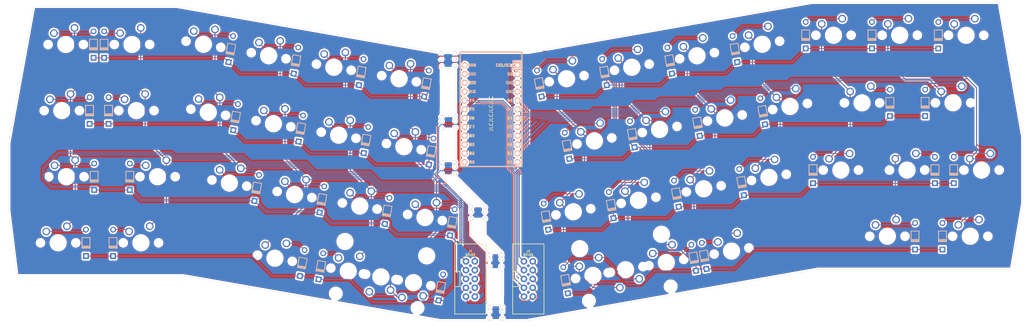
<source format=kicad_pcb>
(kicad_pcb (version 20171130) (host pcbnew 5.1.9)
  (layers (0 F.Cu signal) (31 B.Cu signal) (34 B.Paste user) (35 F.Paste user) (36 B.SilkS user) (37 F.SilkS user) (38 B.Mask user) (39 F.Mask user) (44 Edge.Cuts user))
  (net 0 "")
  (net 1 "Net-(D1-Pad2)")
  (net 2 "Net-(D2-Pad2)")
  (net 3 "Net-(D3-Pad2)")
  (net 4 "Net-(D5-Pad2)")
  (net 5 "Net-(D6-Pad2)")
  (net 6 "Net-(D7-Pad2)")
  (net 7 "Net-(D10-Pad2)")
  (net 8 "Net-(D11-Pad2)")
  (net 9 "Net-(D12-Pad2)")
  (net 10 "Net-(D15-Pad2)")
  (net 11 "Net-(D16-Pad2)")
  (net 12 "Net-(D17-Pad2)")
  (net 13 COL0)
  (net 14 COL1)
  (net 15 COL2)
  (net 16 COL3)
  (net 17 COL4)
  (net 18 "Net-(D4-Pad2)")
  (net 19 "Net-(D8-Pad2)")
  (net 20 "Net-(D9-Pad2)")
  (net 21 "Net-(D13-Pad2)")
  (net 22 "Net-(D14-Pad2)")
  (net 23 "Net-(diode1-Pad2)")
  (net 24 "Net-(diode2-Pad2)")
  (net 25 "Net-(diode3-Pad2)")
  (net 26 "Net-(diode4-Pad2)")
  (net 27 "Net-(diode5-Pad2)")
  (net 28 "Net-(diode6-Pad2)")
  (net 29 "Net-(diode7-Pad2)")
  (net 30 "Net-(diode8-Pad2)")
  (net 31 "Net-(diode9-Pad2)")
  (net 32 "Net-(diode10-Pad2)")
  (net 33 "Net-(diode11-Pad2)")
  (net 34 "Net-(diode12-Pad2)")
  (net 35 "Net-(diode13-Pad2)")
  (net 36 "Net-(diode15-Pad2)")
  (net 37 "Net-(diode16-Pad2)")
  (net 38 "Net-(diode17-Pad2)")
  (net 39 COL5)
  (net 40 COL6)
  (net 41 COL7)
  (net 42 COL8)
  (net 43 COL9)
  (net 44 "Net-(D18-Pad2)")
  (net 45 "Net-(diode18-Pad2)")
  (net 46 ROW0)
  (net 47 ROW1)
  (net 48 ROW2)
  (net 49 ROW3)
  (net 50 "Net-(D19-Pad2)")
  (net 51 "Net-(D20-Pad2)")
  (net 52 "Net-(D21-Pad2)")
  (net 53 "Net-(D22-Pad2)")
  (net 54 "Net-(D23-Pad2)")
  (net 55 "Net-(diode19-Pad2)")
  (net 56 "Net-(diode20-Pad2)")
  (net 57 "Net-(diode21-Pad2)")
  (net 58 "Net-(diode22-Pad2)")
  (net 59 COL10)
  (net 60 COL11)
  (net 61 "Net-(diode24-Pad2)")
  (net 62 "Net-(diode25-Pad2)")
  (net 63 "Net-(diode26-Pad2)")
  (net 64 "Net-(diode27-Pad2)")
  (net 65 COL12)
  (net 66 COL1A)
  (net 67 COL0A)
  (net 68 COL2A)
  (net 69 COL3A)
  (net 70 COL4A)
  (net 71 COL5A)
  (module footprints:15u-minimal (layer F.Cu) (at 207.945087 87.589502 10)
    (fp_text reference switch25 hide)
    (fp_text value switch hide)
    (pad 1 thru_hole circle (at -3.405 -3.27 39) (size 2.2 2.2) (drill 1.5) (layers *.Cu *.Mask) (net 62 "Net-(diode25-Pad2)"))
    (pad 2 thru_hole circle (at 2.52 -4.79 10) (size 2.2 2.2) (drill 1.5) (layers *.Cu *.Mask) (net 42 COL8))
    (pad "" np_thru_hole circle (at 5.08 0 10) (size 1.8 1.8) (drill 1.8) (layers *.Cu *.Mask))
    (pad "" np_thru_hole circle (at -5.08 0 10) (size 1.8 1.8) (drill 1.8) (layers *.Cu *.Mask))
    (pad "" np_thru_hole circle (at 0 0 10) (size 3.9878 3.9878) (drill 3.9878) (layers *.Cu *.Mask))
  )
  (module footprints:225u-minimal (layer F.Cu) (at 177.4591 92.965 190)
    (fp_text reference switch23 hide)
    (fp_text value switch hide)
    (pad 1 thru_hole circle (at -3.405 -3.27 219) (size 2.2 2.2) (drill 1.5) (layers *.Cu *.Mask) (net 58 "Net-(diode22-Pad2)"))
    (pad 2 thru_hole circle (at 2.52 -4.79 190) (size 2.2 2.2) (drill 1.5) (layers *.Cu *.Mask) (net 40 COL6))
    (pad "" np_thru_hole circle (at 11.938 8.255 190) (size 3.9878 3.9878) (drill 3.9878) (layers *.Cu *.Mask))
    (pad "" np_thru_hole circle (at -11.938 8.255 190) (size 3.9878 3.9878) (drill 3.9878) (layers *.Cu *.Mask))
    (pad "" np_thru_hole circle (at 11.938 -6.985 190) (size 3.048 3.048) (drill 3.048) (layers *.Cu *.Mask))
    (pad "" np_thru_hole circle (at -11.938 -6.985 190) (size 3.048 3.048) (drill 3.048) (layers *.Cu *.Mask))
    (pad "" np_thru_hole circle (at 5.08 0 190) (size 1.8 1.8) (drill 1.8) (layers *.Cu *.Mask))
    (pad "" np_thru_hole circle (at -5.08 0 190) (size 1.8 1.8) (drill 1.8) (layers *.Cu *.Mask))
    (pad "" np_thru_hole circle (at 0 0 190) (size 3.9878 3.9878) (drill 3.9878) (layers *.Cu *.Mask))
  )
  (module footprints:2u-minimal (layer F.Cu) (at 107.0476 95.0324 170)
    (fp_text reference SW24 hide)
    (fp_text value switch hide)
    (pad 1 thru_hole circle (at -3.405 -3.27 199) (size 2.2 2.2) (drill 1.5) (layers *.Cu *.Mask) (net 39 COL5))
    (pad 2 thru_hole circle (at 2.52 -4.79 170) (size 2.2 2.2) (drill 1.5) (layers *.Cu *.Mask) (net 54 "Net-(D23-Pad2)"))
    (pad "" np_thru_hole circle (at 11.938 8.255 170) (size 3.9878 3.9878) (drill 3.9878) (layers *.Cu *.Mask))
    (pad "" np_thru_hole circle (at -11.938 8.255 170) (size 3.9878 3.9878) (drill 3.9878) (layers *.Cu *.Mask))
    (pad "" np_thru_hole circle (at 11.938 -6.985 170) (size 3.048 3.048) (drill 3.048) (layers *.Cu *.Mask))
    (pad "" np_thru_hole circle (at -11.938 -6.985 170) (size 3.048 3.048) (drill 3.048) (layers *.Cu *.Mask))
    (pad "" np_thru_hole circle (at 5.08 0 170) (size 1.8 1.8) (drill 1.8) (layers *.Cu *.Mask))
    (pad "" np_thru_hole circle (at -5.08 0 170) (size 1.8 1.8) (drill 1.8) (layers *.Cu *.Mask))
    (pad "" np_thru_hole circle (at 0 0 170) (size 3.9878 3.9878) (drill 3.9878) (layers *.Cu *.Mask))
  )
  (module footprints:175u-minimal (layer F.Cu) (at 271.67205 44.86885)
    (fp_text reference switch13 hide)
    (fp_text value switch hide)
    (pad 1 thru_hole circle (at -3.405 -3.27 29) (size 2.2 2.2) (drill 1.5) (layers *.Cu *.Mask) (net 60 COL11))
    (pad 2 thru_hole circle (at 2.52 -4.79) (size 2.2 2.2) (drill 1.5) (layers *.Cu *.Mask) (net 35 "Net-(diode13-Pad2)"))
    (pad "" np_thru_hole circle (at 5.08 0) (size 1.8 1.8) (drill 1.8) (layers *.Cu *.Mask))
    (pad "" np_thru_hole circle (at -5.08 0) (size 1.8 1.8) (drill 1.8) (layers *.Cu *.Mask))
    (pad "" np_thru_hole circle (at 0 0) (size 3.9878 3.9878) (drill 3.9878) (layers *.Cu *.Mask))
  )
  (module footprints:175u-minimal (layer F.Cu) (at 16.5735 66.167)
    (fp_text reference SW13 hide)
    (fp_text value switch hide)
    (pad 1 thru_hole circle (at -3.405 -3.27 29) (size 2.2 2.2) (drill 1.5) (layers *.Cu *.Mask) (net 21 "Net-(D13-Pad2)"))
    (pad 2 thru_hole circle (at 2.52 -4.79) (size 2.2 2.2) (drill 1.5) (layers *.Cu *.Mask) (net 13 COL0))
    (pad "" np_thru_hole circle (at 5.08 0) (size 1.8 1.8) (drill 1.8) (layers *.Cu *.Mask))
    (pad "" np_thru_hole circle (at -5.08 0) (size 1.8 1.8) (drill 1.8) (layers *.Cu *.Mask))
    (pad "" np_thru_hole circle (at 0 0) (size 3.9878 3.9878) (drill 3.9878) (layers *.Cu *.Mask))
  )
  (module footprints:125u-minimal (layer F.Cu) (at 276.6301 83.32095)
    (fp_text reference switch27 hide)
    (fp_text value switch hide)
    (pad 2 thru_hole circle (at 2.52 -4.79) (size 2.2 2.2) (drill 1.5) (layers *.Cu *.Mask) (net 64 "Net-(diode27-Pad2)"))
    (pad 1 thru_hole circle (at -3.405 -3.27 29) (size 2.2 2.2) (drill 1.5) (layers *.Cu *.Mask) (net 65 COL12))
    (pad "" np_thru_hole circle (at 5.08 0) (size 1.8 1.8) (drill 1.8) (layers *.Cu *.Mask))
    (pad "" np_thru_hole circle (at -5.08 0) (size 1.8 1.8) (drill 1.8) (layers *.Cu *.Mask))
    (pad "" np_thru_hole circle (at 0 0) (size 3.9878 3.9878) (drill 3.9878) (layers *.Cu *.Mask))
  )
  (module footprints:125u-minimal (layer F.Cu) (at 252.78455 83.32095)
    (fp_text reference switch26 hide)
    (fp_text value switch hide)
    (pad 2 thru_hole circle (at 2.52 -4.79) (size 2.2 2.2) (drill 1.5) (layers *.Cu *.Mask) (net 60 COL11))
    (pad 1 thru_hole circle (at -3.405 -3.27 29) (size 2.2 2.2) (drill 1.5) (layers *.Cu *.Mask) (net 63 "Net-(diode26-Pad2)"))
    (pad "" np_thru_hole circle (at 5.08 0) (size 1.8 1.8) (drill 1.8) (layers *.Cu *.Mask))
    (pad "" np_thru_hole circle (at -5.08 0) (size 1.8 1.8) (drill 1.8) (layers *.Cu *.Mask))
    (pad "" np_thru_hole circle (at 0 0) (size 3.9878 3.9878) (drill 3.9878) (layers *.Cu *.Mask))
  )
  (module footprints:125u-minimal (layer F.Cu) (at 168.0788 94.619 10)
    (fp_text reference switch22 hide)
    (fp_text value switch hide)
    (pad 2 thru_hole circle (at 2.52 -4.79 10) (size 2.2 2.2) (drill 1.5) (layers *.Cu *.Mask) (net 58 "Net-(diode22-Pad2)"))
    (pad 1 thru_hole circle (at -3.405 -3.27 39) (size 2.2 2.2) (drill 1.5) (layers *.Cu *.Mask) (net 40 COL6))
    (pad "" np_thru_hole circle (at 5.08 0 10) (size 1.8 1.8) (drill 1.8) (layers *.Cu *.Mask))
    (pad "" np_thru_hole circle (at -5.08 0 10) (size 1.8 1.8) (drill 1.8) (layers *.Cu *.Mask))
    (pad "" np_thru_hole circle (at 0 0 10) (size 3.9878 3.9878) (drill 3.9878) (layers *.Cu *.Mask))
  )
  (module footprints:125u-minimal (layer F.Cu) (at 279.8826 64.2493)
    (fp_text reference switch21 hide)
    (fp_text value switch hide)
    (pad 2 thru_hole circle (at 2.52 -4.79) (size 2.2 2.2) (drill 1.5) (layers *.Cu *.Mask) (net 57 "Net-(diode21-Pad2)"))
    (pad 1 thru_hole circle (at -3.405 -3.27 29) (size 2.2 2.2) (drill 1.5) (layers *.Cu *.Mask) (net 65 COL12))
    (pad "" np_thru_hole circle (at 5.08 0) (size 1.8 1.8) (drill 1.8) (layers *.Cu *.Mask))
    (pad "" np_thru_hole circle (at -5.08 0) (size 1.8 1.8) (drill 1.8) (layers *.Cu *.Mask))
    (pad "" np_thru_hole circle (at 0 0) (size 3.9878 3.9878) (drill 3.9878) (layers *.Cu *.Mask))
  )
  (module footprints:125u-minimal (layer F.Cu) (at 76.5617 89.6569 350)
    (fp_text reference SW21 hide)
    (fp_text value switch hide)
    (pad 2 thru_hole circle (at 2.52 -4.79 350) (size 2.2 2.2) (drill 1.5) (layers *.Cu *.Mask) (net 52 "Net-(D21-Pad2)"))
    (pad 1 thru_hole circle (at -3.405 -3.27 19) (size 2.2 2.2) (drill 1.5) (layers *.Cu *.Mask) (net 16 COL3))
    (pad "" np_thru_hole circle (at 5.08 0 350) (size 1.8 1.8) (drill 1.8) (layers *.Cu *.Mask))
    (pad "" np_thru_hole circle (at -5.08 0 350) (size 1.8 1.8) (drill 1.8) (layers *.Cu *.Mask))
    (pad "" np_thru_hole circle (at 0 0 350) (size 3.9878 3.9878) (drill 3.9878) (layers *.Cu *.Mask))
  )
  (module footprints:125u-minimal (layer F.Cu) (at 38.00475 85.217)
    (fp_text reference SW20 hide)
    (fp_text value switch hide)
    (pad 2 thru_hole circle (at 2.52 -4.79) (size 2.2 2.2) (drill 1.5) (layers *.Cu *.Mask) (net 14 COL1))
    (pad 1 thru_hole circle (at -3.405 -3.27 29) (size 2.2 2.2) (drill 1.5) (layers *.Cu *.Mask) (net 51 "Net-(D20-Pad2)"))
    (pad "" np_thru_hole circle (at 5.08 0) (size 1.8 1.8) (drill 1.8) (layers *.Cu *.Mask))
    (pad "" np_thru_hole circle (at -5.08 0) (size 1.8 1.8) (drill 1.8) (layers *.Cu *.Mask))
    (pad "" np_thru_hole circle (at 0 0) (size 3.9878 3.9878) (drill 3.9878) (layers *.Cu *.Mask))
  )
  (module footprints:125u-minimal (layer F.Cu) (at 14.19225 85.217)
    (fp_text reference SW19 hide)
    (fp_text value switch hide)
    (pad 2 thru_hole circle (at 2.52 -4.79) (size 2.2 2.2) (drill 1.5) (layers *.Cu *.Mask) (net 13 COL0))
    (pad 1 thru_hole circle (at -3.405 -3.27 29) (size 2.2 2.2) (drill 1.5) (layers *.Cu *.Mask) (net 50 "Net-(D19-Pad2)"))
    (pad "" np_thru_hole circle (at 5.08 0) (size 1.8 1.8) (drill 1.8) (layers *.Cu *.Mask))
    (pad "" np_thru_hole circle (at -5.08 0) (size 1.8 1.8) (drill 1.8) (layers *.Cu *.Mask))
    (pad "" np_thru_hole circle (at 0 0) (size 3.9878 3.9878) (drill 3.9878) (layers *.Cu *.Mask))
  )
  (module footprints:125u-minimal (layer F.Cu) (at 15.24 47.117)
    (fp_text reference SW7 hide)
    (fp_text value switch hide)
    (pad 2 thru_hole circle (at 2.52 -4.79) (size 2.2 2.2) (drill 1.5) (layers *.Cu *.Mask) (net 13 COL0))
    (pad 1 thru_hole circle (at -3.405 -3.27 29) (size 2.2 2.2) (drill 1.5) (layers *.Cu *.Mask) (net 6 "Net-(D7-Pad2)"))
    (pad "" np_thru_hole circle (at 5.08 0) (size 1.8 1.8) (drill 1.8) (layers *.Cu *.Mask))
    (pad "" np_thru_hole circle (at -5.08 0) (size 1.8 1.8) (drill 1.8) (layers *.Cu *.Mask))
    (pad "" np_thru_hole circle (at 0 0) (size 3.9878 3.9878) (drill 3.9878) (layers *.Cu *.Mask))
  )
  (module footprints:1u-minimal (layer F.Cu) (at 189.1845 90.8975 10)
    (fp_text reference switch24 hide)
    (fp_text value switch hide)
    (pad 2 thru_hole circle (at 2.52 -4.79 10) (size 2.2 2.2) (drill 1.5) (layers *.Cu *.Mask) (net 41 COL7))
    (pad 1 thru_hole circle (at -3.405 -3.27 39) (size 2.2 2.2) (drill 1.5) (layers *.Cu *.Mask) (net 61 "Net-(diode24-Pad2)"))
    (pad HOLE np_thru_hole circle (at 5.08 0 10) (size 1.8 1.8) (drill 1.8) (layers *.Cu *.Mask))
    (pad HOLE np_thru_hole circle (at -5.08 0 10) (size 1.8 1.8) (drill 1.8) (layers *.Cu *.Mask))
    (pad HOLE np_thru_hole circle (at 0 0 10) (size 3.9878 3.9878) (drill 3.9878) (layers *.Cu *.Mask))
  )
  (module footprints:1u-minimal (layer F.Cu) (at 36.703 47.117)
    (fp_text reference SW8 hide)
    (fp_text value switch hide)
    (pad 2 thru_hole circle (at 2.52 -4.79) (size 2.2 2.2) (drill 1.5) (layers *.Cu *.Mask) (net 14 COL1))
    (pad 1 thru_hole circle (at -3.405 -3.27 29) (size 2.2 2.2) (drill 1.5) (layers *.Cu *.Mask) (net 19 "Net-(D8-Pad2)"))
    (pad HOLE np_thru_hole circle (at 5.08 0) (size 1.8 1.8) (drill 1.8) (layers *.Cu *.Mask))
    (pad HOLE np_thru_hole circle (at -5.08 0) (size 1.8 1.8) (drill 1.8) (layers *.Cu *.Mask))
    (pad HOLE np_thru_hole circle (at 0 0) (size 3.9878 3.9878) (drill 3.9878) (layers *.Cu *.Mask))
  )
  (module footprints:1u-minimal (layer F.Cu) (at 275.4376 25.4127)
    (fp_text reference switch7 hide)
    (fp_text value switch hide)
    (pad 2 thru_hole circle (at 2.52 -4.79) (size 2.2 2.2) (drill 1.5) (layers *.Cu *.Mask) (net 29 "Net-(diode7-Pad2)"))
    (pad 1 thru_hole circle (at -3.405 -3.27 29) (size 2.2 2.2) (drill 1.5) (layers *.Cu *.Mask) (net 65 COL12))
    (pad HOLE np_thru_hole circle (at 5.08 0) (size 1.8 1.8) (drill 1.8) (layers *.Cu *.Mask))
    (pad HOLE np_thru_hole circle (at -5.08 0) (size 1.8 1.8) (drill 1.8) (layers *.Cu *.Mask))
    (pad HOLE np_thru_hole circle (at 0 0) (size 3.9878 3.9878) (drill 3.9878) (layers *.Cu *.Mask))
  )
  (module footprints:1u-minimal (layer F.Cu) (at 258.4577 64.2493)
    (fp_text reference switch20 hide)
    (fp_text value switch hide)
    (pad 2 thru_hole circle (at 2.52 -4.79) (size 2.2 2.2) (drill 1.5) (layers *.Cu *.Mask) (net 56 "Net-(diode20-Pad2)"))
    (pad 1 thru_hole circle (at -3.405 -3.27 29) (size 2.2 2.2) (drill 1.5) (layers *.Cu *.Mask) (net 60 COL11))
    (pad HOLE np_thru_hole circle (at 5.08 0) (size 1.8 1.8) (drill 1.8) (layers *.Cu *.Mask))
    (pad HOLE np_thru_hole circle (at -5.08 0) (size 1.8 1.8) (drill 1.8) (layers *.Cu *.Mask))
    (pad HOLE np_thru_hole circle (at 0 0) (size 3.9878 3.9878) (drill 3.9878) (layers *.Cu *.Mask))
  )
  (module footprints:1u-minimal (layer F.Cu) (at 256.3368 25.3873)
    (fp_text reference switch6 hide)
    (fp_text value switch hide)
    (pad 2 thru_hole circle (at 2.52 -4.79) (size 2.2 2.2) (drill 1.5) (layers *.Cu *.Mask) (net 28 "Net-(diode6-Pad2)"))
    (pad 1 thru_hole circle (at -3.405 -3.27 29) (size 2.2 2.2) (drill 1.5) (layers *.Cu *.Mask) (net 60 COL11))
    (pad HOLE np_thru_hole circle (at 5.08 0) (size 1.8 1.8) (drill 1.8) (layers *.Cu *.Mask))
    (pad HOLE np_thru_hole circle (at -5.08 0) (size 1.8 1.8) (drill 1.8) (layers *.Cu *.Mask))
    (pad HOLE np_thru_hole circle (at 0 0) (size 3.9878 3.9878) (drill 3.9878) (layers *.Cu *.Mask))
  )
  (module footprints:1u-minimal (layer F.Cu) (at 116.428063 96.686578 170)
    (fp_text reference SW23 hide)
    (fp_text value switch hide)
    (pad 2 thru_hole circle (at 2.52 -4.79 170) (size 2.2 2.2) (drill 1.5) (layers *.Cu *.Mask) (net 39 COL5))
    (pad 1 thru_hole circle (at -3.405 -3.27 199) (size 2.2 2.2) (drill 1.5) (layers *.Cu *.Mask) (net 54 "Net-(D23-Pad2)"))
    (pad HOLE np_thru_hole circle (at 5.08 0 170) (size 1.8 1.8) (drill 1.8) (layers *.Cu *.Mask))
    (pad HOLE np_thru_hole circle (at -5.08 0 170) (size 1.8 1.8) (drill 1.8) (layers *.Cu *.Mask))
    (pad HOLE np_thru_hole circle (at 0 0 170) (size 3.9878 3.9878) (drill 3.9878) (layers *.Cu *.Mask))
  )
  (module footprints:1u-minimal (layer F.Cu) (at 119.736061 77.925991 350)
    (fp_text reference SW18 hide)
    (fp_text value switch hide)
    (pad 2 thru_hole circle (at 2.52 -4.79 350) (size 2.2 2.2) (drill 1.5) (layers *.Cu *.Mask) (net 39 COL5))
    (pad 1 thru_hole circle (at -3.405 -3.27 19) (size 2.2 2.2) (drill 1.5) (layers *.Cu *.Mask) (net 44 "Net-(D18-Pad2)"))
    (pad HOLE np_thru_hole circle (at 5.08 0 350) (size 1.8 1.8) (drill 1.8) (layers *.Cu *.Mask))
    (pad HOLE np_thru_hole circle (at -5.08 0 350) (size 1.8 1.8) (drill 1.8) (layers *.Cu *.Mask))
    (pad HOLE np_thru_hole circle (at 0 0 350) (size 3.9878 3.9878) (drill 3.9878) (layers *.Cu *.Mask))
  )
  (module footprints:1u-minimal (layer F.Cu) (at 113.663861 57.511491 350)
    (fp_text reference SW12 hide)
    (fp_text value switch hide)
    (pad 2 thru_hole circle (at 2.52 -4.79 350) (size 2.2 2.2) (drill 1.5) (layers *.Cu *.Mask) (net 39 COL5))
    (pad 1 thru_hole circle (at -3.405 -3.27 19) (size 2.2 2.2) (drill 1.5) (layers *.Cu *.Mask) (net 9 "Net-(D12-Pad2)"))
    (pad HOLE np_thru_hole circle (at 5.08 0 350) (size 1.8 1.8) (drill 1.8) (layers *.Cu *.Mask))
    (pad HOLE np_thru_hole circle (at -5.08 0 350) (size 1.8 1.8) (drill 1.8) (layers *.Cu *.Mask))
    (pad HOLE np_thru_hole circle (at 0 0 350) (size 3.9878 3.9878) (drill 3.9878) (layers *.Cu *.Mask))
  )
  (module footprints:1u-minimal (layer F.Cu) (at 112.281761 37.923991 350)
    (fp_text reference SW6 hide)
    (fp_text value switch hide)
    (pad 2 thru_hole circle (at 2.52 -4.79 350) (size 2.2 2.2) (drill 1.5) (layers *.Cu *.Mask) (net 39 COL5))
    (pad 1 thru_hole circle (at -3.405 -3.27 19) (size 2.2 2.2) (drill 1.5) (layers *.Cu *.Mask) (net 5 "Net-(D6-Pad2)"))
    (pad HOLE np_thru_hole circle (at 5.08 0 350) (size 1.8 1.8) (drill 1.8) (layers *.Cu *.Mask))
    (pad HOLE np_thru_hole circle (at -5.08 0 350) (size 1.8 1.8) (drill 1.8) (layers *.Cu *.Mask))
    (pad HOLE np_thru_hole circle (at 0 0 350) (size 3.9878 3.9878) (drill 3.9878) (layers *.Cu *.Mask))
  )
  (module footprints:1u-minimal (layer F.Cu) (at 97.667476 93.378581 350)
    (fp_text reference SW22 hide)
    (fp_text value switch hide)
    (pad 2 thru_hole circle (at 2.52 -4.79 350) (size 2.2 2.2) (drill 1.5) (layers *.Cu *.Mask) (net 17 COL4))
    (pad 1 thru_hole circle (at -3.405 -3.27 19) (size 2.2 2.2) (drill 1.5) (layers *.Cu *.Mask) (net 53 "Net-(D22-Pad2)"))
    (pad HOLE np_thru_hole circle (at 5.08 0 350) (size 1.8 1.8) (drill 1.8) (layers *.Cu *.Mask))
    (pad HOLE np_thru_hole circle (at -5.08 0 350) (size 1.8 1.8) (drill 1.8) (layers *.Cu *.Mask))
    (pad HOLE np_thru_hole circle (at 0 0 350) (size 3.9878 3.9878) (drill 3.9878) (layers *.Cu *.Mask))
  )
  (module footprints:1u-minimal (layer F.Cu) (at 239.395 64.2493)
    (fp_text reference switch19 hide)
    (fp_text value switch hide)
    (pad 2 thru_hole circle (at 2.52 -4.79) (size 2.2 2.2) (drill 1.5) (layers *.Cu *.Mask) (net 55 "Net-(diode19-Pad2)"))
    (pad 1 thru_hole circle (at -3.405 -3.27 29) (size 2.2 2.2) (drill 1.5) (layers *.Cu *.Mask) (net 59 COL10))
    (pad HOLE np_thru_hole circle (at 5.08 0) (size 1.8 1.8) (drill 1.8) (layers *.Cu *.Mask))
    (pad HOLE np_thru_hole circle (at -5.08 0) (size 1.8 1.8) (drill 1.8) (layers *.Cu *.Mask))
    (pad HOLE np_thru_hole circle (at 0 0) (size 3.9878 3.9878) (drill 3.9878) (layers *.Cu *.Mask))
  )
  (module footprints:1u-minimal (layer F.Cu) (at 245.4958 44.88409)
    (fp_text reference switch12 hide)
    (fp_text value switch hide)
    (pad 2 thru_hole circle (at 2.52 -4.79) (size 2.2 2.2) (drill 1.5) (layers *.Cu *.Mask) (net 34 "Net-(diode12-Pad2)"))
    (pad 1 thru_hole circle (at -3.405 -3.27 29) (size 2.2 2.2) (drill 1.5) (layers *.Cu *.Mask) (net 59 COL10))
    (pad HOLE np_thru_hole circle (at 5.08 0) (size 1.8 1.8) (drill 1.8) (layers *.Cu *.Mask))
    (pad HOLE np_thru_hole circle (at -5.08 0) (size 1.8 1.8) (drill 1.8) (layers *.Cu *.Mask))
    (pad HOLE np_thru_hole circle (at 0 0) (size 3.9878 3.9878) (drill 3.9878) (layers *.Cu *.Mask))
  )
  (module footprints:1u-minimal (layer F.Cu) (at 237.2868 25.39492)
    (fp_text reference switch5 hide)
    (fp_text value switch hide)
    (pad 2 thru_hole circle (at 2.52 -4.79) (size 2.2 2.2) (drill 1.5) (layers *.Cu *.Mask) (net 27 "Net-(diode5-Pad2)"))
    (pad 1 thru_hole circle (at -3.405 -3.27 29) (size 2.2 2.2) (drill 1.5) (layers *.Cu *.Mask) (net 59 COL10))
    (pad HOLE np_thru_hole circle (at 5.08 0) (size 1.8 1.8) (drill 1.8) (layers *.Cu *.Mask))
    (pad HOLE np_thru_hole circle (at -5.08 0) (size 1.8 1.8) (drill 1.8) (layers *.Cu *.Mask))
    (pad HOLE np_thru_hole circle (at 0 0) (size 3.9878 3.9878) (drill 3.9878) (layers *.Cu *.Mask))
  )
  (module footprints:1u-minimal (layer F.Cu) (at 218.707561 66.348006 10)
    (fp_text reference switch18 hide)
    (fp_text value switch hide)
    (pad 2 thru_hole circle (at 2.52 -4.79 10) (size 2.2 2.2) (drill 1.5) (layers *.Cu *.Mask) (net 45 "Net-(diode18-Pad2)"))
    (pad 1 thru_hole circle (at -3.405 -3.27 39) (size 2.2 2.2) (drill 1.5) (layers *.Cu *.Mask) (net 43 COL9))
    (pad HOLE np_thru_hole circle (at 5.08 0 10) (size 1.8 1.8) (drill 1.8) (layers *.Cu *.Mask))
    (pad HOLE np_thru_hole circle (at -5.08 0 10) (size 1.8 1.8) (drill 1.8) (layers *.Cu *.Mask))
    (pad HOLE np_thru_hole circle (at 0 0 10) (size 3.9878 3.9878) (drill 3.9878) (layers *.Cu *.Mask))
  )
  (module footprints:1u-minimal (layer F.Cu) (at 224.779861 45.933506 10)
    (fp_text reference switch11 hide)
    (fp_text value switch hide)
    (pad 2 thru_hole circle (at 2.52 -4.79 10) (size 2.2 2.2) (drill 1.5) (layers *.Cu *.Mask) (net 33 "Net-(diode11-Pad2)"))
    (pad 1 thru_hole circle (at -3.405 -3.27 39) (size 2.2 2.2) (drill 1.5) (layers *.Cu *.Mask) (net 43 COL9))
    (pad HOLE np_thru_hole circle (at 5.08 0 10) (size 1.8 1.8) (drill 1.8) (layers *.Cu *.Mask))
    (pad HOLE np_thru_hole circle (at -5.08 0 10) (size 1.8 1.8) (drill 1.8) (layers *.Cu *.Mask))
    (pad HOLE np_thru_hole circle (at 0 0 10) (size 3.9878 3.9878) (drill 3.9878) (layers *.Cu *.Mask))
  )
  (module footprints:1u-minimal (layer F.Cu) (at 216.781761 27.999997 10)
    (fp_text reference switch4 hide)
    (fp_text value switch hide)
    (pad 2 thru_hole circle (at 2.52 -4.79 10) (size 2.2 2.2) (drill 1.5) (layers *.Cu *.Mask) (net 26 "Net-(diode4-Pad2)"))
    (pad 1 thru_hole circle (at -3.405 -3.27 39) (size 2.2 2.2) (drill 1.5) (layers *.Cu *.Mask) (net 43 COL9))
    (pad HOLE np_thru_hole circle (at 5.08 0 10) (size 1.8 1.8) (drill 1.8) (layers *.Cu *.Mask))
    (pad HOLE np_thru_hole circle (at -5.08 0 10) (size 1.8 1.8) (drill 1.8) (layers *.Cu *.Mask))
    (pad HOLE np_thru_hole circle (at 0 0 10) (size 3.9878 3.9878) (drill 3.9878) (layers *.Cu *.Mask))
  )
  (module footprints:1u-minimal (layer F.Cu) (at 199.946974 69.656004 10)
    (fp_text reference switch17 hide)
    (fp_text value switch hide)
    (pad 2 thru_hole circle (at 2.52 -4.79 10) (size 2.2 2.2) (drill 1.5) (layers *.Cu *.Mask) (net 38 "Net-(diode17-Pad2)"))
    (pad 1 thru_hole circle (at -3.405 -3.27 39) (size 2.2 2.2) (drill 1.5) (layers *.Cu *.Mask) (net 42 COL8))
    (pad HOLE np_thru_hole circle (at 5.08 0 10) (size 1.8 1.8) (drill 1.8) (layers *.Cu *.Mask))
    (pad HOLE np_thru_hole circle (at -5.08 0 10) (size 1.8 1.8) (drill 1.8) (layers *.Cu *.Mask))
    (pad HOLE np_thru_hole circle (at 0 0 10) (size 3.9878 3.9878) (drill 3.9878) (layers *.Cu *.Mask))
  )
  (module footprints:1u-minimal (layer F.Cu) (at 206.019274 49.241504 10)
    (fp_text reference switch10 hide)
    (fp_text value switch hide)
    (pad 2 thru_hole circle (at 2.52 -4.79 10) (size 2.2 2.2) (drill 1.5) (layers *.Cu *.Mask) (net 32 "Net-(diode10-Pad2)"))
    (pad 1 thru_hole circle (at -3.405 -3.27 39) (size 2.2 2.2) (drill 1.5) (layers *.Cu *.Mask) (net 42 COL8))
    (pad HOLE np_thru_hole circle (at 5.08 0 10) (size 1.8 1.8) (drill 1.8) (layers *.Cu *.Mask))
    (pad HOLE np_thru_hole circle (at -5.08 0 10) (size 1.8 1.8) (drill 1.8) (layers *.Cu *.Mask))
    (pad HOLE np_thru_hole circle (at 0 0 10) (size 3.9878 3.9878) (drill 3.9878) (layers *.Cu *.Mask))
  )
  (module footprints:1u-minimal (layer F.Cu) (at 198.021174 31.307995 10)
    (fp_text reference switch3 hide)
    (fp_text value switch hide)
    (pad 2 thru_hole circle (at 2.52 -4.79 10) (size 2.2 2.2) (drill 1.5) (layers *.Cu *.Mask) (net 25 "Net-(diode3-Pad2)"))
    (pad 1 thru_hole circle (at -3.405 -3.27 39) (size 2.2 2.2) (drill 1.5) (layers *.Cu *.Mask) (net 42 COL8))
    (pad HOLE np_thru_hole circle (at 5.08 0 10) (size 1.8 1.8) (drill 1.8) (layers *.Cu *.Mask))
    (pad HOLE np_thru_hole circle (at -5.08 0 10) (size 1.8 1.8) (drill 1.8) (layers *.Cu *.Mask))
    (pad HOLE np_thru_hole circle (at 0 0 10) (size 3.9878 3.9878) (drill 3.9878) (layers *.Cu *.Mask))
  )
  (module footprints:1u-minimal (layer F.Cu) (at 181.186387 72.964002 10)
    (fp_text reference switch16 hide)
    (fp_text value switch hide)
    (pad 2 thru_hole circle (at 2.52 -4.79 10) (size 2.2 2.2) (drill 1.5) (layers *.Cu *.Mask) (net 37 "Net-(diode16-Pad2)"))
    (pad 1 thru_hole circle (at -3.405 -3.27 39) (size 2.2 2.2) (drill 1.5) (layers *.Cu *.Mask) (net 41 COL7))
    (pad HOLE np_thru_hole circle (at 5.08 0 10) (size 1.8 1.8) (drill 1.8) (layers *.Cu *.Mask))
    (pad HOLE np_thru_hole circle (at -5.08 0 10) (size 1.8 1.8) (drill 1.8) (layers *.Cu *.Mask))
    (pad HOLE np_thru_hole circle (at 0 0 10) (size 3.9878 3.9878) (drill 3.9878) (layers *.Cu *.Mask))
  )
  (module footprints:1u-minimal (layer F.Cu) (at 187.258687 52.549502 10)
    (fp_text reference switch9 hide)
    (fp_text value switch hide)
    (pad 2 thru_hole circle (at 2.52 -4.79 10) (size 2.2 2.2) (drill 1.5) (layers *.Cu *.Mask) (net 31 "Net-(diode9-Pad2)"))
    (pad 1 thru_hole circle (at -3.405 -3.27 39) (size 2.2 2.2) (drill 1.5) (layers *.Cu *.Mask) (net 41 COL7))
    (pad HOLE np_thru_hole circle (at 5.08 0 10) (size 1.8 1.8) (drill 1.8) (layers *.Cu *.Mask))
    (pad HOLE np_thru_hole circle (at -5.08 0 10) (size 1.8 1.8) (drill 1.8) (layers *.Cu *.Mask))
    (pad HOLE np_thru_hole circle (at 0 0 10) (size 3.9878 3.9878) (drill 3.9878) (layers *.Cu *.Mask))
  )
  (module footprints:1u-minimal (layer F.Cu) (at 179.260587 34.615993 10)
    (fp_text reference switch2 hide)
    (fp_text value switch hide)
    (pad 2 thru_hole circle (at 2.52 -4.79 10) (size 2.2 2.2) (drill 1.5) (layers *.Cu *.Mask) (net 24 "Net-(diode2-Pad2)"))
    (pad 1 thru_hole circle (at -3.405 -3.27 39) (size 2.2 2.2) (drill 1.5) (layers *.Cu *.Mask) (net 41 COL7))
    (pad HOLE np_thru_hole circle (at 5.08 0 10) (size 1.8 1.8) (drill 1.8) (layers *.Cu *.Mask))
    (pad HOLE np_thru_hole circle (at -5.08 0 10) (size 1.8 1.8) (drill 1.8) (layers *.Cu *.Mask))
    (pad HOLE np_thru_hole circle (at 0 0 10) (size 3.9878 3.9878) (drill 3.9878) (layers *.Cu *.Mask))
  )
  (module footprints:1u-minimal (layer F.Cu) (at 162.4258 76.272 10)
    (fp_text reference switch15 hide)
    (fp_text value switch hide)
    (pad 2 thru_hole circle (at 2.52 -4.79 10) (size 2.2 2.2) (drill 1.5) (layers *.Cu *.Mask) (net 36 "Net-(diode15-Pad2)"))
    (pad 1 thru_hole circle (at -3.405 -3.27 39) (size 2.2 2.2) (drill 1.5) (layers *.Cu *.Mask) (net 40 COL6))
    (pad HOLE np_thru_hole circle (at 5.08 0 10) (size 1.8 1.8) (drill 1.8) (layers *.Cu *.Mask))
    (pad HOLE np_thru_hole circle (at -5.08 0 10) (size 1.8 1.8) (drill 1.8) (layers *.Cu *.Mask))
    (pad HOLE np_thru_hole circle (at 0 0 10) (size 3.9878 3.9878) (drill 3.9878) (layers *.Cu *.Mask))
  )
  (module footprints:1u-minimal (layer F.Cu) (at 168.4981 55.8575 10)
    (fp_text reference switch8 hide)
    (fp_text value switch hide)
    (pad 2 thru_hole circle (at 2.52 -4.79 10) (size 2.2 2.2) (drill 1.5) (layers *.Cu *.Mask) (net 30 "Net-(diode8-Pad2)"))
    (pad 1 thru_hole circle (at -3.405 -3.27 39) (size 2.2 2.2) (drill 1.5) (layers *.Cu *.Mask) (net 40 COL6))
    (pad HOLE np_thru_hole circle (at 5.08 0 10) (size 1.8 1.8) (drill 1.8) (layers *.Cu *.Mask))
    (pad HOLE np_thru_hole circle (at -5.08 0 10) (size 1.8 1.8) (drill 1.8) (layers *.Cu *.Mask))
    (pad HOLE np_thru_hole circle (at 0 0 10) (size 3.9878 3.9878) (drill 3.9878) (layers *.Cu *.Mask))
  )
  (module footprints:1u-minimal (layer F.Cu) (at 160.5 37.923991 10)
    (fp_text reference switch1 hide)
    (fp_text value switch hide)
    (pad 2 thru_hole circle (at 2.52 -4.79 10) (size 2.2 2.2) (drill 1.5) (layers *.Cu *.Mask) (net 23 "Net-(diode1-Pad2)"))
    (pad 1 thru_hole circle (at -3.405 -3.27 39) (size 2.2 2.2) (drill 1.5) (layers *.Cu *.Mask) (net 40 COL6))
    (pad HOLE np_thru_hole circle (at 5.08 0 10) (size 1.8 1.8) (drill 1.8) (layers *.Cu *.Mask))
    (pad HOLE np_thru_hole circle (at -5.08 0 10) (size 1.8 1.8) (drill 1.8) (layers *.Cu *.Mask))
    (pad HOLE np_thru_hole circle (at 0 0 10) (size 3.9878 3.9878) (drill 3.9878) (layers *.Cu *.Mask))
  )
  (module footprints:1u-minimal (layer F.Cu) (at 100.975474 74.617994 350)
    (fp_text reference SW17 hide)
    (fp_text value switch hide)
    (pad 2 thru_hole circle (at 2.52 -4.79 350) (size 2.2 2.2) (drill 1.5) (layers *.Cu *.Mask) (net 17 COL4))
    (pad 1 thru_hole circle (at -3.405 -3.27 19) (size 2.2 2.2) (drill 1.5) (layers *.Cu *.Mask) (net 12 "Net-(D17-Pad2)"))
    (pad HOLE np_thru_hole circle (at 5.08 0 350) (size 1.8 1.8) (drill 1.8) (layers *.Cu *.Mask))
    (pad HOLE np_thru_hole circle (at -5.08 0 350) (size 1.8 1.8) (drill 1.8) (layers *.Cu *.Mask))
    (pad HOLE np_thru_hole circle (at 0 0 350) (size 3.9878 3.9878) (drill 3.9878) (layers *.Cu *.Mask))
  )
  (module footprints:1u-minimal (layer F.Cu) (at 94.903274 54.203494 350)
    (fp_text reference SW11 hide)
    (fp_text value switch hide)
    (pad 2 thru_hole circle (at 2.52 -4.79 350) (size 2.2 2.2) (drill 1.5) (layers *.Cu *.Mask) (net 17 COL4))
    (pad 1 thru_hole circle (at -3.405 -3.27 19) (size 2.2 2.2) (drill 1.5) (layers *.Cu *.Mask) (net 8 "Net-(D11-Pad2)"))
    (pad HOLE np_thru_hole circle (at 5.08 0 350) (size 1.8 1.8) (drill 1.8) (layers *.Cu *.Mask))
    (pad HOLE np_thru_hole circle (at -5.08 0 350) (size 1.8 1.8) (drill 1.8) (layers *.Cu *.Mask))
    (pad HOLE np_thru_hole circle (at 0 0 350) (size 3.9878 3.9878) (drill 3.9878) (layers *.Cu *.Mask))
  )
  (module footprints:1u-minimal (layer F.Cu) (at 93.521174 34.615994 350)
    (fp_text reference SW5 hide)
    (fp_text value switch hide)
    (pad 2 thru_hole circle (at 2.52 -4.79 350) (size 2.2 2.2) (drill 1.5) (layers *.Cu *.Mask) (net 17 COL4))
    (pad 1 thru_hole circle (at -3.405 -3.27 19) (size 2.2 2.2) (drill 1.5) (layers *.Cu *.Mask) (net 4 "Net-(D5-Pad2)"))
    (pad HOLE np_thru_hole circle (at 5.08 0 350) (size 1.8 1.8) (drill 1.8) (layers *.Cu *.Mask))
    (pad HOLE np_thru_hole circle (at -5.08 0 350) (size 1.8 1.8) (drill 1.8) (layers *.Cu *.Mask))
    (pad HOLE np_thru_hole circle (at 0 0 350) (size 3.9878 3.9878) (drill 3.9878) (layers *.Cu *.Mask))
  )
  (module footprints:1u-minimal (layer F.Cu) (at 82.214887 71.309997 350)
    (fp_text reference SW16 hide)
    (fp_text value switch hide)
    (pad 2 thru_hole circle (at 2.52 -4.79 350) (size 2.2 2.2) (drill 1.5) (layers *.Cu *.Mask) (net 16 COL3))
    (pad 1 thru_hole circle (at -3.405 -3.27 19) (size 2.2 2.2) (drill 1.5) (layers *.Cu *.Mask) (net 11 "Net-(D16-Pad2)"))
    (pad HOLE np_thru_hole circle (at 5.08 0 350) (size 1.8 1.8) (drill 1.8) (layers *.Cu *.Mask))
    (pad HOLE np_thru_hole circle (at -5.08 0 350) (size 1.8 1.8) (drill 1.8) (layers *.Cu *.Mask))
    (pad HOLE np_thru_hole circle (at 0 0 350) (size 3.9878 3.9878) (drill 3.9878) (layers *.Cu *.Mask))
  )
  (module footprints:1u-minimal (layer F.Cu) (at 76.142687 50.895497 350)
    (fp_text reference SW10 hide)
    (fp_text value switch hide)
    (pad 2 thru_hole circle (at 2.52 -4.79 350) (size 2.2 2.2) (drill 1.5) (layers *.Cu *.Mask) (net 16 COL3))
    (pad 1 thru_hole circle (at -3.405 -3.27 19) (size 2.2 2.2) (drill 1.5) (layers *.Cu *.Mask) (net 7 "Net-(D10-Pad2)"))
    (pad HOLE np_thru_hole circle (at 5.08 0 350) (size 1.8 1.8) (drill 1.8) (layers *.Cu *.Mask))
    (pad HOLE np_thru_hole circle (at -5.08 0 350) (size 1.8 1.8) (drill 1.8) (layers *.Cu *.Mask))
    (pad HOLE np_thru_hole circle (at 0 0 350) (size 3.9878 3.9878) (drill 3.9878) (layers *.Cu *.Mask))
  )
  (module footprints:1u-minimal (layer F.Cu) (at 74.760587 31.307997 350)
    (fp_text reference SW4 hide)
    (fp_text value switch hide)
    (pad 2 thru_hole circle (at 2.52 -4.79 350) (size 2.2 2.2) (drill 1.5) (layers *.Cu *.Mask) (net 16 COL3))
    (pad 1 thru_hole circle (at -3.405 -3.27 19) (size 2.2 2.2) (drill 1.5) (layers *.Cu *.Mask) (net 18 "Net-(D4-Pad2)"))
    (pad HOLE np_thru_hole circle (at 5.08 0 350) (size 1.8 1.8) (drill 1.8) (layers *.Cu *.Mask))
    (pad HOLE np_thru_hole circle (at -5.08 0 350) (size 1.8 1.8) (drill 1.8) (layers *.Cu *.Mask))
    (pad HOLE np_thru_hole circle (at 0 0 350) (size 3.9878 3.9878) (drill 3.9878) (layers *.Cu *.Mask))
  )
  (module footprints:1u-minimal (layer F.Cu) (at 63.4543 68.002 350)
    (fp_text reference SW15 hide)
    (fp_text value switch hide)
    (pad 2 thru_hole circle (at 2.52 -4.79 350) (size 2.2 2.2) (drill 1.5) (layers *.Cu *.Mask) (net 15 COL2))
    (pad 1 thru_hole circle (at -3.405 -3.27 19) (size 2.2 2.2) (drill 1.5) (layers *.Cu *.Mask) (net 10 "Net-(D15-Pad2)"))
    (pad HOLE np_thru_hole circle (at 5.08 0 350) (size 1.8 1.8) (drill 1.8) (layers *.Cu *.Mask))
    (pad HOLE np_thru_hole circle (at -5.08 0 350) (size 1.8 1.8) (drill 1.8) (layers *.Cu *.Mask))
    (pad HOLE np_thru_hole circle (at 0 0 350) (size 3.9878 3.9878) (drill 3.9878) (layers *.Cu *.Mask))
  )
  (module footprints:1u-minimal (layer F.Cu) (at 57.3821 47.5875 350)
    (fp_text reference SW9 hide)
    (fp_text value switch hide)
    (pad 2 thru_hole circle (at 2.52 -4.79 350) (size 2.2 2.2) (drill 1.5) (layers *.Cu *.Mask) (net 15 COL2))
    (pad 1 thru_hole circle (at -3.405 -3.27 19) (size 2.2 2.2) (drill 1.5) (layers *.Cu *.Mask) (net 20 "Net-(D9-Pad2)"))
    (pad HOLE np_thru_hole circle (at 5.08 0 350) (size 1.8 1.8) (drill 1.8) (layers *.Cu *.Mask))
    (pad HOLE np_thru_hole circle (at -5.08 0 350) (size 1.8 1.8) (drill 1.8) (layers *.Cu *.Mask))
    (pad HOLE np_thru_hole circle (at 0 0 350) (size 3.9878 3.9878) (drill 3.9878) (layers *.Cu *.Mask))
  )
  (module footprints:1u-minimal (layer F.Cu) (at 56 28 350)
    (fp_text reference SW3 hide)
    (fp_text value switch hide)
    (pad 2 thru_hole circle (at 2.52 -4.79 350) (size 2.2 2.2) (drill 1.5) (layers *.Cu *.Mask) (net 15 COL2))
    (pad 1 thru_hole circle (at -3.405 -3.27 19) (size 2.2 2.2) (drill 1.5) (layers *.Cu *.Mask) (net 3 "Net-(D3-Pad2)"))
    (pad HOLE np_thru_hole circle (at 5.08 0 350) (size 1.8 1.8) (drill 1.8) (layers *.Cu *.Mask))
    (pad HOLE np_thru_hole circle (at -5.08 0 350) (size 1.8 1.8) (drill 1.8) (layers *.Cu *.Mask))
    (pad HOLE np_thru_hole circle (at 0 0 350) (size 3.9878 3.9878) (drill 3.9878) (layers *.Cu *.Mask))
  )
  (module footprints:1u-minimal (layer F.Cu) (at 42.799 66.167)
    (fp_text reference SW14 hide)
    (fp_text value switch hide)
    (pad 2 thru_hole circle (at 2.52 -4.79) (size 2.2 2.2) (drill 1.5) (layers *.Cu *.Mask) (net 14 COL1))
    (pad 1 thru_hole circle (at -3.405 -3.27 29) (size 2.2 2.2) (drill 1.5) (layers *.Cu *.Mask) (net 22 "Net-(D14-Pad2)"))
    (pad HOLE np_thru_hole circle (at 5.08 0) (size 1.8 1.8) (drill 1.8) (layers *.Cu *.Mask))
    (pad HOLE np_thru_hole circle (at -5.08 0) (size 1.8 1.8) (drill 1.8) (layers *.Cu *.Mask))
    (pad HOLE np_thru_hole circle (at 0 0) (size 3.9878 3.9878) (drill 3.9878) (layers *.Cu *.Mask))
  )
  (module footprints:1u-minimal (layer F.Cu) (at 35.433 28.067)
    (fp_text reference SW2 hide)
    (fp_text value switch hide)
    (pad 2 thru_hole circle (at 2.52 -4.79) (size 2.2 2.2) (drill 1.5) (layers *.Cu *.Mask) (net 14 COL1))
    (pad 1 thru_hole circle (at -3.405 -3.27 29) (size 2.2 2.2) (drill 1.5) (layers *.Cu *.Mask) (net 2 "Net-(D2-Pad2)"))
    (pad HOLE np_thru_hole circle (at 5.08 0) (size 1.8 1.8) (drill 1.8) (layers *.Cu *.Mask))
    (pad HOLE np_thru_hole circle (at -5.08 0) (size 1.8 1.8) (drill 1.8) (layers *.Cu *.Mask))
    (pad HOLE np_thru_hole circle (at 0 0) (size 3.9878 3.9878) (drill 3.9878) (layers *.Cu *.Mask))
  )
  (module footprints:1u-minimal (layer F.Cu) (at 16.383 28.067)
    (fp_text reference SW1 hide)
    (fp_text value switch hide)
    (pad 2 thru_hole circle (at 2.52 -4.79) (size 2.2 2.2) (drill 1.5) (layers *.Cu *.Mask) (net 13 COL0))
    (pad 1 thru_hole circle (at -3.405 -3.27 29) (size 2.2 2.2) (drill 1.5) (layers *.Cu *.Mask) (net 1 "Net-(D1-Pad2)"))
    (pad HOLE np_thru_hole circle (at 5.08 0) (size 1.8 1.8) (drill 1.8) (layers *.Cu *.Mask))
    (pad HOLE np_thru_hole circle (at -5.08 0) (size 1.8 1.8) (drill 1.8) (layers *.Cu *.Mask))
    (pad HOLE np_thru_hole circle (at 0 0) (size 3.9878 3.9878) (drill 3.9878) (layers *.Cu *.Mask))
  )
  (module footprints:promicro (layer B.Cu) (at 138.7475 48.006 270)
    (fp_text reference U1 hide)
    (fp_text value ProMicro hide)
    (fp_text user JLCJLCJLCJLC (at 0 0 90) (layer F.SilkS))
    (fp_text user ST (at -8.91 5.04 180) (layer F.SilkS) (effects (font (size 0.8 0.8))))
    (fp_text user TX0/D3 (at -13.97 -3.571872 180) (layer B.SilkS) (effects (font (size 0.8 0.8)) (justify mirror)))
    (fp_text user TX0/D3 (at -13.97 -3.571872 180) (layer F.SilkS) (effects (font (size 0.8 0.8))))
    (fp_text user D2 (at -11.43 -5.461 180) (layer B.SilkS) (effects (font (size 0.8 0.8)) (justify mirror)))
    (fp_text user D0 (at -1.27 -5.461 180) (layer B.SilkS) (effects (font (size 0.8 0.8)) (justify mirror)))
    (fp_text user D1 (at -3.81 -5.461 180) (layer B.SilkS) (effects (font (size 0.8 0.8)) (justify mirror)))
    (fp_text user GND (at -6.35 -5.461 180) (layer B.SilkS) (effects (font (size 0.8 0.8)) (justify mirror)))
    (fp_text user GND (at -8.89 -5.461 180) (layer B.SilkS) (effects (font (size 0.8 0.8)) (justify mirror)))
    (fp_text user D4 (at 1.27 -5.461 180) (layer B.SilkS) (effects (font (size 0.8 0.8)) (justify mirror)))
    (fp_text user C6 (at 3.81 -5.461 180) (layer B.SilkS) (effects (font (size 0.8 0.8)) (justify mirror)))
    (fp_text user D7 (at 6.35 -5.461 180) (layer B.SilkS) (effects (font (size 0.8 0.8)) (justify mirror)))
    (fp_text user E6 (at 8.89 -5.461 180) (layer B.SilkS) (effects (font (size 0.8 0.8)) (justify mirror)))
    (fp_text user B4 (at 11.43 -5.461 180) (layer B.SilkS) (effects (font (size 0.8 0.8)) (justify mirror)))
    (fp_text user B5 (at 13.97 -5.461 180) (layer B.SilkS) (effects (font (size 0.8 0.8)) (justify mirror)))
    (fp_text user B6 (at 13.97 5.461 180) (layer B.SilkS) (effects (font (size 0.8 0.8)) (justify mirror)))
    (fp_text user B2 (at 11.43 5.461 180) (layer F.SilkS) (effects (font (size 0.8 0.8))))
    (fp_text user B3 (at 8.89 5.461 180) (layer B.SilkS) (effects (font (size 0.8 0.8)) (justify mirror)))
    (fp_text user B1 (at 6.35 5.461 180) (layer B.SilkS) (effects (font (size 0.8 0.8)) (justify mirror)))
    (fp_text user F7 (at 3.81 5.461 180) (layer F.SilkS) (effects (font (size 0.8 0.8))))
    (fp_text user F6 (at 1.27 5.461 180) (layer F.SilkS) (effects (font (size 0.8 0.8))))
    (fp_text user F5 (at -1.27 5.461 180) (layer F.SilkS) (effects (font (size 0.8 0.8))))
    (fp_text user F4 (at -3.81 5.461 180) (layer B.SilkS) (effects (font (size 0.8 0.8)) (justify mirror)))
    (fp_text user VCC (at -6.35 5.461 180) (layer B.SilkS) (effects (font (size 0.8 0.8)) (justify mirror)))
    (fp_text user ST (at -8.92 5.73312 180) (layer B.SilkS) (effects (font (size 0.8 0.8)) (justify mirror)))
    (fp_text user GND (at -11.43 5.461 180) (layer B.SilkS) (effects (font (size 0.8 0.8)) (justify mirror)))
    (fp_text user RAW (at -13.97 5.461 180) (layer B.SilkS) (effects (font (size 0.8 0.8)) (justify mirror)))
    (fp_text user RAW (at -13.97 5.461 180) (layer F.SilkS) (effects (font (size 0.8 0.8))))
    (fp_text user GND (at -11.43 5.461 180) (layer F.SilkS) (effects (font (size 0.8 0.8))))
    (fp_text user VCC (at -6.35 5.461 180) (layer F.SilkS) (effects (font (size 0.8 0.8))))
    (fp_text user F4 (at -3.81 5.461 180) (layer F.SilkS) (effects (font (size 0.8 0.8))))
    (fp_text user F5 (at -1.27 5.461 180) (layer B.SilkS) (effects (font (size 0.8 0.8)) (justify mirror)))
    (fp_text user F6 (at 1.27 5.461 180) (layer B.SilkS) (effects (font (size 0.8 0.8)) (justify mirror)))
    (fp_text user F7 (at 3.81 5.461 180) (layer B.SilkS) (effects (font (size 0.8 0.8)) (justify mirror)))
    (fp_text user B1 (at 6.35 5.461 180) (layer F.SilkS) (effects (font (size 0.8 0.8))))
    (fp_text user B3 (at 8.89 5.461 180) (layer F.SilkS) (effects (font (size 0.8 0.8))))
    (fp_text user B2 (at 11.43 5.461 180) (layer B.SilkS) (effects (font (size 0.8 0.8)) (justify mirror)))
    (fp_text user B6 (at 13.97 5.461 180) (layer F.SilkS) (effects (font (size 0.8 0.8))))
    (fp_text user B5 (at 13.97 -5.461 180) (layer F.SilkS) (effects (font (size 0.8 0.8))))
    (fp_text user B4 (at 11.43 -5.461 180) (layer F.SilkS) (effects (font (size 0.8 0.8))))
    (fp_text user E6 (at 8.89 -5.461 180) (layer F.SilkS) (effects (font (size 0.8 0.8))))
    (fp_text user D7 (at 6.35 -5.461 180) (layer F.SilkS) (effects (font (size 0.8 0.8))))
    (fp_text user C6 (at 3.81 -5.461 180) (layer F.SilkS) (effects (font (size 0.8 0.8))))
    (fp_text user D4 (at 1.27 -5.461 180) (layer F.SilkS) (effects (font (size 0.8 0.8))))
    (fp_text user GND (at -8.89 -5.461 180) (layer F.SilkS) (effects (font (size 0.8 0.8))))
    (fp_text user GND (at -6.35 -5.461 180) (layer F.SilkS) (effects (font (size 0.8 0.8))))
    (fp_text user D1 (at -3.81 -5.461 180) (layer F.SilkS) (effects (font (size 0.8 0.8))))
    (fp_text user D0 (at -1.27 -5.461 180) (layer F.SilkS) (effects (font (size 0.8 0.8))))
    (fp_text user D2 (at -11.43 -5.461 180) (layer F.SilkS) (effects (font (size 0.8 0.8))))
    (pad 24 thru_hole circle (at -13.97 7.62 270) (size 1.7526 1.7526) (drill 1.0922) (layers *.Cu *.SilkS *.Mask))
    (pad 12 thru_hole circle (at 13.97 -7.62 270) (size 1.7526 1.7526) (drill 1.0922) (layers *.Cu *.SilkS *.Mask) (net 67 COL0A))
    (pad 23 thru_hole circle (at -11.43 7.62 270) (size 1.7526 1.7526) (drill 1.0922) (layers *.Cu *.SilkS *.Mask))
    (pad 22 thru_hole circle (at -8.89 7.62 270) (size 1.7526 1.7526) (drill 1.0922) (layers *.Cu *.SilkS *.Mask))
    (pad 21 thru_hole circle (at -6.35 7.62 270) (size 1.7526 1.7526) (drill 1.0922) (layers *.Cu *.SilkS *.Mask))
    (pad 20 thru_hole circle (at -3.81 7.62 270) (size 1.7526 1.7526) (drill 1.0922) (layers *.Cu *.SilkS *.Mask) (net 48 ROW2))
    (pad 19 thru_hole circle (at -1.27 7.62 270) (size 1.7526 1.7526) (drill 1.0922) (layers *.Cu *.SilkS *.Mask) (net 49 ROW3))
    (pad 18 thru_hole circle (at 1.27 7.62 270) (size 1.7526 1.7526) (drill 1.0922) (layers *.Cu *.SilkS *.Mask) (net 66 COL1A))
    (pad 17 thru_hole circle (at 3.81 7.62 270) (size 1.7526 1.7526) (drill 1.0922) (layers *.Cu *.SilkS *.Mask) (net 68 COL2A))
    (pad 16 thru_hole circle (at 6.35 7.62 270) (size 1.7526 1.7526) (drill 1.0922) (layers *.Cu *.SilkS *.Mask) (net 69 COL3A))
    (pad 15 thru_hole circle (at 8.89 7.62 270) (size 1.7526 1.7526) (drill 1.0922) (layers *.Cu *.SilkS *.Mask) (net 70 COL4A))
    (pad 14 thru_hole circle (at 11.43 7.62 270) (size 1.7526 1.7526) (drill 1.0922) (layers *.Cu *.SilkS *.Mask) (net 71 COL5A))
    (pad 13 thru_hole circle (at 13.97 7.62 270) (size 1.7526 1.7526) (drill 1.0922) (layers *.Cu *.SilkS *.Mask))
    (pad 11 thru_hole circle (at 11.43 -7.62 270) (size 1.7526 1.7526) (drill 1.0922) (layers *.Cu *.SilkS *.Mask) (net 40 COL6))
    (pad 10 thru_hole circle (at 8.89 -7.62 270) (size 1.7526 1.7526) (drill 1.0922) (layers *.Cu *.SilkS *.Mask) (net 41 COL7))
    (pad 9 thru_hole circle (at 6.35 -7.62 270) (size 1.7526 1.7526) (drill 1.0922) (layers *.Cu *.SilkS *.Mask) (net 42 COL8))
    (pad 8 thru_hole circle (at 3.81 -7.62 270) (size 1.7526 1.7526) (drill 1.0922) (layers *.Cu *.SilkS *.Mask) (net 43 COL9))
    (pad 7 thru_hole circle (at 1.27 -7.62 270) (size 1.7526 1.7526) (drill 1.0922) (layers *.Cu *.SilkS *.Mask) (net 59 COL10))
    (pad 6 thru_hole circle (at -1.27 -7.62 270) (size 1.7526 1.7526) (drill 1.0922) (layers *.Cu *.SilkS *.Mask) (net 60 COL11))
    (pad 5 thru_hole circle (at -3.81 -7.62 270) (size 1.7526 1.7526) (drill 1.0922) (layers *.Cu *.SilkS *.Mask) (net 65 COL12))
    (pad 4 thru_hole circle (at -6.35 -7.62 270) (size 1.7526 1.7526) (drill 1.0922) (layers *.Cu *.SilkS *.Mask))
    (pad 3 thru_hole circle (at -8.89 -7.62 270) (size 1.7526 1.7526) (drill 1.0922) (layers *.Cu *.SilkS *.Mask))
    (pad 2 thru_hole circle (at -11.43 -7.62 270) (size 1.7526 1.7526) (drill 1.0922) (layers *.Cu *.SilkS *.Mask) (net 46 ROW0))
    (pad 1 thru_hole rect (at -13.97 -7.62 270) (size 1.7526 1.7526) (drill 1.0922) (layers *.Cu *.SilkS *.Mask) (net 47 ROW1))
  )
  (module footprints:hole-three (layer F.Cu) (at 133 77 90)
    (fp_text reference H12 hide)
    (fp_text value MountingHole hide)
    (pad "" thru_hole circle (at 2 0 90) (size 1 1) (drill 1) (layers *.Cu *.Mask))
    (pad "" thru_hole circle (at 0.75 0 90) (size 1 1) (drill 1) (layers *.Cu *.Mask))
    (pad "" thru_hole circle (at -1.25 0 90) (size 1 1) (drill 1) (layers *.Cu *.Mask))
  )
  (module footprints:hole-three (layer F.Cu) (at 137 77 90)
    (fp_text reference H11 hide)
    (fp_text value MountingHole hide)
    (pad "" thru_hole circle (at 2 0 90) (size 1 1) (drill 1) (layers *.Cu *.Mask))
    (pad "" thru_hole circle (at 0.75 0 90) (size 1 1) (drill 1) (layers *.Cu *.Mask))
    (pad "" thru_hole circle (at -1.25 0 90) (size 1 1) (drill 1) (layers *.Cu *.Mask))
  )
  (module footprints:hole-three (layer F.Cu) (at 128.5 50.75 90)
    (fp_text reference H10 hide)
    (fp_text value MountingHole hide)
    (pad "" thru_hole circle (at 2 0 90) (size 1 1) (drill 1) (layers *.Cu *.Mask))
    (pad "" thru_hole circle (at 0.75 0 90) (size 1 1) (drill 1) (layers *.Cu *.Mask))
    (pad "" thru_hole circle (at -1.25 0 90) (size 1 1) (drill 1) (layers *.Cu *.Mask))
  )
  (module footprints:hole-three (layer F.Cu) (at 124.5 51 90)
    (fp_text reference H9 hide)
    (fp_text value MountingHole hide)
    (pad "" thru_hole circle (at 2 0 90) (size 1 1) (drill 1) (layers *.Cu *.Mask))
    (pad "" thru_hole circle (at 0.75 0 90) (size 1 1) (drill 1) (layers *.Cu *.Mask))
    (pad "" thru_hole circle (at -1.25 0 90) (size 1 1) (drill 1) (layers *.Cu *.Mask))
  )
  (module footprints:hole-three-bigger (layer F.Cu) (at 128.4 33 90)
    (fp_text reference H3 hide)
    (fp_text value MountingHole hide)
    (pad "" thru_hole circle (at 2.5 0 90) (size 1 1) (drill 1) (layers *.Cu *.Mask))
    (pad "" thru_hole circle (at 0.75 0 90) (size 1 1) (drill 1) (layers *.Cu *.Mask))
    (pad "" thru_hole circle (at -1.25 0 90) (size 1 1) (drill 1) (layers *.Cu *.Mask))
  )
  (module footprints:hole-three-bigger (layer F.Cu) (at 124.4 33 90)
    (fp_text reference H1 hide)
    (fp_text value MountingHole hide)
    (pad "" thru_hole circle (at 2.5 0 90) (size 1 1) (drill 1) (layers *.Cu *.Mask))
    (pad "" thru_hole circle (at 0.75 0 90) (size 1 1) (drill 1) (layers *.Cu *.Mask))
    (pad "" thru_hole circle (at -1.25 0 90) (size 1 1) (drill 1) (layers *.Cu *.Mask))
  )
  (module footprints:hole-three (layer F.Cu) (at 142 105.75 90)
    (fp_text reference H8 hide)
    (fp_text value MountingHole hide)
    (pad "" thru_hole circle (at 2 0 90) (size 1 1) (drill 1) (layers *.Cu *.Mask))
    (pad "" thru_hole circle (at 0.75 0 90) (size 1 1) (drill 1) (layers *.Cu *.Mask))
    (pad "" thru_hole circle (at -1.25 0 90) (size 1 1) (drill 1) (layers *.Cu *.Mask))
  )
  (module footprints:hole-three (layer F.Cu) (at 138.25 90.75 90)
    (fp_text reference H7 hide)
    (fp_text value MountingHole hide)
    (pad "" thru_hole circle (at 2 0 90) (size 1 1) (drill 1) (layers *.Cu *.Mask))
    (pad "" thru_hole circle (at 0.75 0 90) (size 1 1) (drill 1) (layers *.Cu *.Mask))
    (pad "" thru_hole circle (at -1.25 0 90) (size 1 1) (drill 1) (layers *.Cu *.Mask))
  )
  (module footprints:hole-three (layer F.Cu) (at 138.24 105.75 90)
    (fp_text reference H6 hide)
    (fp_text value MountingHole hide)
    (pad "" thru_hole circle (at 2 0 90) (size 1 1) (drill 1) (layers *.Cu *.Mask))
    (pad "" thru_hole circle (at 0.75 0 90) (size 1 1) (drill 1) (layers *.Cu *.Mask))
    (pad "" thru_hole circle (at -1.25 0 90) (size 1 1) (drill 1) (layers *.Cu *.Mask))
  )
  (module footprints:hole-three (layer F.Cu) (at 124.50064 64.01308 90)
    (fp_text reference H5 hide)
    (fp_text value MountingHole hide)
    (pad "" thru_hole circle (at 2 0 90) (size 1 1) (drill 1) (layers *.Cu *.Mask))
    (pad "" thru_hole circle (at 0.75 0 90) (size 1 1) (drill 1) (layers *.Cu *.Mask))
    (pad "" thru_hole circle (at -1.25 0 90) (size 1 1) (drill 1) (layers *.Cu *.Mask))
  )
  (module footprints:hole-three (layer F.Cu) (at 141.75 90.75 90)
    (fp_text reference H4 hide)
    (fp_text value MountingHole hide)
    (pad "" thru_hole circle (at 2 0 90) (size 1 1) (drill 1) (layers *.Cu *.Mask))
    (pad "" thru_hole circle (at 0.75 0 90) (size 1 1) (drill 1) (layers *.Cu *.Mask))
    (pad "" thru_hole circle (at -1.25 0 90) (size 1 1) (drill 1) (layers *.Cu *.Mask))
  )
  (module footprints:hole-three (layer F.Cu) (at 128.4 64 90)
    (fp_text reference H2 hide)
    (fp_text value MountingHole hide)
    (pad "" thru_hole circle (at 2 0 90) (size 1 1) (drill 1) (layers *.Cu *.Mask))
    (pad "" thru_hole circle (at 0.75 0 90) (size 1 1) (drill 1) (layers *.Cu *.Mask))
    (pad "" thru_hole circle (at -1.25 0 90) (size 1 1) (drill 1) (layers *.Cu *.Mask))
  )
  (module footprints:diode-vertical (layer F.Cu) (at 268.6301 83.32095)
    (fp_text reference diode27 hide)
    (fp_text value diode hide)
    (pad 1 thru_hole rect (at 0 3.81) (size 1.651 1.651) (drill 0.9906) (layers *.Cu *.Mask) (net 49 ROW3))
    (pad 2 thru_hole circle (at 0 -3.81) (size 1.651 1.651) (drill 0.9906) (layers *.Cu *.Mask) (net 64 "Net-(diode27-Pad2)"))
  )
  (module footprints:diode-vertical (layer F.Cu) (at 260.78455 83.32095)
    (fp_text reference diode26 hide)
    (fp_text value diode hide)
    (pad 1 thru_hole rect (at 0 3.81) (size 1.651 1.651) (drill 0.9906) (layers *.Cu *.Mask) (net 49 ROW3))
    (pad 2 thru_hole circle (at 0 -3.81) (size 1.651 1.651) (drill 0.9906) (layers *.Cu *.Mask) (net 63 "Net-(diode26-Pad2)"))
  )
  (module footprints:diode-vertical (layer F.Cu) (at 200.066624 88.978687 10)
    (fp_text reference diode25 hide)
    (fp_text value diode hide)
    (pad 1 thru_hole rect (at 0 3.81 10) (size 1.651 1.651) (drill 0.9906) (layers *.Cu *.Mask) (net 49 ROW3))
    (pad 2 thru_hole circle (at 0 -3.81 10) (size 1.651 1.651) (drill 0.9906) (layers *.Cu *.Mask) (net 62 "Net-(diode25-Pad2)"))
  )
  (module footprints:diode-vertical (layer F.Cu) (at 197.062962 89.508314 10)
    (fp_text reference diode24 hide)
    (fp_text value diode hide)
    (pad 1 thru_hole rect (at 0 3.81 10) (size 1.651 1.651) (drill 0.9906) (layers *.Cu *.Mask) (net 49 ROW3))
    (pad 2 thru_hole circle (at 0 -3.81 10) (size 1.651 1.651) (drill 0.9906) (layers *.Cu *.Mask) (net 61 "Net-(diode24-Pad2)"))
  )
  (module footprints:diode-vertical (layer F.Cu) (at 160.200337 96.008185 10)
    (fp_text reference diode22 hide)
    (fp_text value diode hide)
    (pad 1 thru_hole rect (at 0 3.81 10) (size 1.651 1.651) (drill 0.9906) (layers *.Cu *.Mask) (net 49 ROW3))
    (pad 2 thru_hole circle (at 0 -3.81 10) (size 1.651 1.651) (drill 0.9906) (layers *.Cu *.Mask) (net 58 "Net-(diode22-Pad2)"))
  )
  (module footprints:diode-vertical (layer F.Cu) (at 271.8826 64.2493)
    (fp_text reference diode21 hide)
    (fp_text value diode hide)
    (pad 1 thru_hole rect (at 0 3.81) (size 1.651 1.651) (drill 0.9906) (layers *.Cu *.Mask) (net 48 ROW2))
    (pad 2 thru_hole circle (at 0 -3.81) (size 1.651 1.651) (drill 0.9906) (layers *.Cu *.Mask) (net 57 "Net-(diode21-Pad2)"))
  )
  (module footprints:diode-vertical (layer F.Cu) (at 266.4577 64.2493)
    (fp_text reference diode20 hide)
    (fp_text value diode hide)
    (pad 1 thru_hole rect (at 0 3.81) (size 1.651 1.651) (drill 0.9906) (layers *.Cu *.Mask) (net 48 ROW2))
    (pad 2 thru_hole circle (at 0 -3.81) (size 1.651 1.651) (drill 0.9906) (layers *.Cu *.Mask) (net 56 "Net-(diode20-Pad2)"))
  )
  (module footprints:diode-vertical (layer F.Cu) (at 231.395 64.2493)
    (fp_text reference diode19 hide)
    (fp_text value diode hide)
    (pad 1 thru_hole rect (at 0 3.81) (size 1.651 1.651) (drill 0.9906) (layers *.Cu *.Mask) (net 48 ROW2))
    (pad 2 thru_hole circle (at 0 -3.81) (size 1.651 1.651) (drill 0.9906) (layers *.Cu *.Mask) (net 55 "Net-(diode19-Pad2)"))
  )
  (module footprints:diode-vertical (layer F.Cu) (at 210.829098 67.737191 10)
    (fp_text reference diode18 hide)
    (fp_text value diode hide)
    (pad 1 thru_hole rect (at 0 3.81 10) (size 1.651 1.651) (drill 0.9906) (layers *.Cu *.Mask) (net 48 ROW2))
    (pad 2 thru_hole circle (at 0 -3.81 10) (size 1.651 1.651) (drill 0.9906) (layers *.Cu *.Mask) (net 45 "Net-(diode18-Pad2)"))
  )
  (module footprints:diode-vertical (layer F.Cu) (at 192.068511 71.045189 10)
    (fp_text reference diode17 hide)
    (fp_text value diode hide)
    (pad 1 thru_hole rect (at 0 3.81 10) (size 1.651 1.651) (drill 0.9906) (layers *.Cu *.Mask) (net 48 ROW2))
    (pad 2 thru_hole circle (at 0 -3.81 10) (size 1.651 1.651) (drill 0.9906) (layers *.Cu *.Mask) (net 38 "Net-(diode17-Pad2)"))
  )
  (module footprints:diode-vertical (layer F.Cu) (at 173.307924 74.353187 10)
    (fp_text reference diode16 hide)
    (fp_text value diode hide)
    (pad 1 thru_hole rect (at 0 3.81 10) (size 1.651 1.651) (drill 0.9906) (layers *.Cu *.Mask) (net 48 ROW2))
    (pad 2 thru_hole circle (at 0 -3.81 10) (size 1.651 1.651) (drill 0.9906) (layers *.Cu *.Mask) (net 37 "Net-(diode16-Pad2)"))
  )
  (module footprints:diode-vertical (layer F.Cu) (at 154.547337 77.661185 10)
    (fp_text reference diode15 hide)
    (fp_text value diode hide)
    (pad 1 thru_hole rect (at 0 3.81 10) (size 1.651 1.651) (drill 0.9906) (layers *.Cu *.Mask) (net 48 ROW2))
    (pad 2 thru_hole circle (at 0 -3.81 10) (size 1.651 1.651) (drill 0.9906) (layers *.Cu *.Mask) (net 36 "Net-(diode15-Pad2)"))
  )
  (module footprints:diode-vertical (layer F.Cu) (at 263.67205 44.86885)
    (fp_text reference diode13 hide)
    (fp_text value diode hide)
    (pad 1 thru_hole rect (at 0 3.81) (size 1.651 1.651) (drill 0.9906) (layers *.Cu *.Mask) (net 47 ROW1))
    (pad 2 thru_hole circle (at 0 -3.81) (size 1.651 1.651) (drill 0.9906) (layers *.Cu *.Mask) (net 35 "Net-(diode13-Pad2)"))
  )
  (module footprints:diode-vertical (layer F.Cu) (at 253.4958 44.88409)
    (fp_text reference diode12 hide)
    (fp_text value diode hide)
    (pad 1 thru_hole rect (at 0 3.81) (size 1.651 1.651) (drill 0.9906) (layers *.Cu *.Mask) (net 47 ROW1))
    (pad 2 thru_hole circle (at 0 -3.81) (size 1.651 1.651) (drill 0.9906) (layers *.Cu *.Mask) (net 34 "Net-(diode12-Pad2)"))
  )
  (module footprints:diode-vertical (layer F.Cu) (at 216.901398 47.322691 10)
    (fp_text reference diode11 hide)
    (fp_text value diode hide)
    (pad 1 thru_hole rect (at 0 3.81 10) (size 1.651 1.651) (drill 0.9906) (layers *.Cu *.Mask) (net 47 ROW1))
    (pad 2 thru_hole circle (at 0 -3.81 10) (size 1.651 1.651) (drill 0.9906) (layers *.Cu *.Mask) (net 33 "Net-(diode11-Pad2)"))
  )
  (module footprints:diode-vertical (layer F.Cu) (at 198.140811 50.630689 10)
    (fp_text reference diode10 hide)
    (fp_text value diode hide)
    (pad 1 thru_hole rect (at 0 3.81 10) (size 1.651 1.651) (drill 0.9906) (layers *.Cu *.Mask) (net 47 ROW1))
    (pad 2 thru_hole circle (at 0 -3.81 10) (size 1.651 1.651) (drill 0.9906) (layers *.Cu *.Mask) (net 32 "Net-(diode10-Pad2)"))
  )
  (module footprints:diode-vertical (layer F.Cu) (at 179.380224 53.938687 10)
    (fp_text reference diode9 hide)
    (fp_text value diode hide)
    (pad 1 thru_hole rect (at 0 3.81 10) (size 1.651 1.651) (drill 0.9906) (layers *.Cu *.Mask) (net 47 ROW1))
    (pad 2 thru_hole circle (at 0 -3.81 10) (size 1.651 1.651) (drill 0.9906) (layers *.Cu *.Mask) (net 31 "Net-(diode9-Pad2)"))
  )
  (module footprints:diode-vertical (layer F.Cu) (at 160.619637 57.246685 10)
    (fp_text reference diode8 hide)
    (fp_text value diode hide)
    (pad 1 thru_hole rect (at 0 3.81 10) (size 1.651 1.651) (drill 0.9906) (layers *.Cu *.Mask) (net 47 ROW1))
    (pad 2 thru_hole circle (at 0 -3.81 10) (size 1.651 1.651) (drill 0.9906) (layers *.Cu *.Mask) (net 30 "Net-(diode8-Pad2)"))
  )
  (module footprints:diode-vertical (layer F.Cu) (at 267.4376 25.4127)
    (fp_text reference diode7 hide)
    (fp_text value diode hide)
    (pad 1 thru_hole rect (at 0 3.81) (size 1.651 1.651) (drill 0.9906) (layers *.Cu *.Mask) (net 46 ROW0))
    (pad 2 thru_hole circle (at 0 -3.81) (size 1.651 1.651) (drill 0.9906) (layers *.Cu *.Mask) (net 29 "Net-(diode7-Pad2)"))
  )
  (module footprints:diode-vertical (layer F.Cu) (at 248.3368 25.3873)
    (fp_text reference diode6 hide)
    (fp_text value diode hide)
    (pad 1 thru_hole rect (at 0 3.81) (size 1.651 1.651) (drill 0.9906) (layers *.Cu *.Mask) (net 46 ROW0))
    (pad 2 thru_hole circle (at 0 -3.81) (size 1.651 1.651) (drill 0.9906) (layers *.Cu *.Mask) (net 28 "Net-(diode6-Pad2)"))
  )
  (module footprints:diode-vertical (layer F.Cu) (at 229.2868 25.39492)
    (fp_text reference diode5 hide)
    (fp_text value diode hide)
    (pad 1 thru_hole rect (at 0 3.81) (size 1.651 1.651) (drill 0.9906) (layers *.Cu *.Mask) (net 46 ROW0))
    (pad 2 thru_hole circle (at 0 -3.81) (size 1.651 1.651) (drill 0.9906) (layers *.Cu *.Mask) (net 27 "Net-(diode5-Pad2)"))
  )
  (module footprints:diode-vertical (layer F.Cu) (at 208.903298 29.389182 10)
    (fp_text reference diode4 hide)
    (fp_text value diode hide)
    (pad 1 thru_hole rect (at 0 3.81 10) (size 1.651 1.651) (drill 0.9906) (layers *.Cu *.Mask) (net 46 ROW0))
    (pad 2 thru_hole circle (at 0 -3.81 10) (size 1.651 1.651) (drill 0.9906) (layers *.Cu *.Mask) (net 26 "Net-(diode4-Pad2)"))
  )
  (module footprints:diode-vertical (layer F.Cu) (at 190.142711 32.69718 10)
    (fp_text reference diode3 hide)
    (fp_text value diode hide)
    (pad 1 thru_hole rect (at 0 3.81 10) (size 1.651 1.651) (drill 0.9906) (layers *.Cu *.Mask) (net 46 ROW0))
    (pad 2 thru_hole circle (at 0 -3.81 10) (size 1.651 1.651) (drill 0.9906) (layers *.Cu *.Mask) (net 25 "Net-(diode3-Pad2)"))
  )
  (module footprints:diode-vertical (layer F.Cu) (at 171.382124 36.005178 10)
    (fp_text reference diode2 hide)
    (fp_text value diode hide)
    (pad 1 thru_hole rect (at 0 3.81 10) (size 1.651 1.651) (drill 0.9906) (layers *.Cu *.Mask) (net 46 ROW0))
    (pad 2 thru_hole circle (at 0 -3.81 10) (size 1.651 1.651) (drill 0.9906) (layers *.Cu *.Mask) (net 24 "Net-(diode2-Pad2)"))
  )
  (module footprints:diode-vertical (layer F.Cu) (at 152.621537 39.313176 10)
    (fp_text reference diode1 hide)
    (fp_text value diode hide)
    (pad 1 thru_hole rect (at 0 3.81 10) (size 1.651 1.651) (drill 0.9906) (layers *.Cu *.Mask) (net 46 ROW0))
    (pad 2 thru_hole circle (at 0 -3.81 10) (size 1.651 1.651) (drill 0.9906) (layers *.Cu *.Mask) (net 23 "Net-(diode1-Pad2)"))
  )
  (module footprints:diode-vertical (layer F.Cu) (at 124.306525 98.075763 350)
    (fp_text reference D23 hide)
    (fp_text value D hide)
    (pad 1 thru_hole rect (at 0 3.81 350) (size 1.651 1.651) (drill 0.9906) (layers *.Cu *.Mask) (net 49 ROW3))
    (pad 2 thru_hole circle (at 0 -3.81 350) (size 1.651 1.651) (drill 0.9906) (layers *.Cu *.Mask) (net 54 "Net-(D23-Pad2)"))
  )
  (module footprints:diode-vertical (layer F.Cu) (at 89.789013 91.989395 350)
    (fp_text reference D22 hide)
    (fp_text value D hide)
    (pad 1 thru_hole rect (at 0 3.81 350) (size 1.651 1.651) (drill 0.9906) (layers *.Cu *.Mask) (net 49 ROW3))
    (pad 2 thru_hole circle (at 0 -3.81 350) (size 1.651 1.651) (drill 0.9906) (layers *.Cu *.Mask) (net 53 "Net-(D22-Pad2)"))
  )
  (module footprints:diode-vertical (layer F.Cu) (at 84.440162 91.046085 350)
    (fp_text reference D21 hide)
    (fp_text value D hide)
    (pad 1 thru_hole rect (at 0 3.81 350) (size 1.651 1.651) (drill 0.9906) (layers *.Cu *.Mask) (net 49 ROW3))
    (pad 2 thru_hole circle (at 0 -3.81 350) (size 1.651 1.651) (drill 0.9906) (layers *.Cu *.Mask) (net 52 "Net-(D21-Pad2)"))
  )
  (module footprints:diode-vertical (layer F.Cu) (at 30.00475 85.217)
    (fp_text reference D20 hide)
    (fp_text value D hide)
    (pad 1 thru_hole rect (at 0 3.81) (size 1.651 1.651) (drill 0.9906) (layers *.Cu *.Mask) (net 49 ROW3))
    (pad 2 thru_hole circle (at 0 -3.81) (size 1.651 1.651) (drill 0.9906) (layers *.Cu *.Mask) (net 51 "Net-(D20-Pad2)"))
  )
  (module footprints:diode-vertical (layer F.Cu) (at 22.19225 85.217)
    (fp_text reference D19 hide)
    (fp_text value D hide)
    (pad 1 thru_hole rect (at 0 3.81) (size 1.651 1.651) (drill 0.9906) (layers *.Cu *.Mask) (net 49 ROW3))
    (pad 2 thru_hole circle (at 0 -3.81) (size 1.651 1.651) (drill 0.9906) (layers *.Cu *.Mask) (net 50 "Net-(D19-Pad2)"))
  )
  (module footprints:diode-vertical (layer F.Cu) (at 127.614523 79.315176 350)
    (fp_text reference D18 hide)
    (fp_text value D hide)
    (pad 1 thru_hole rect (at 0 3.81 350) (size 1.651 1.651) (drill 0.9906) (layers *.Cu *.Mask) (net 48 ROW2))
    (pad 2 thru_hole circle (at 0 -3.81 350) (size 1.651 1.651) (drill 0.9906) (layers *.Cu *.Mask) (net 44 "Net-(D18-Pad2)"))
  )
  (module footprints:diode-vertical (layer F.Cu) (at 108.853936 76.007179 350)
    (fp_text reference D17 hide)
    (fp_text value D hide)
    (pad 1 thru_hole rect (at 0 3.81 350) (size 1.651 1.651) (drill 0.9906) (layers *.Cu *.Mask) (net 48 ROW2))
    (pad 2 thru_hole circle (at 0 -3.81 350) (size 1.651 1.651) (drill 0.9906) (layers *.Cu *.Mask) (net 12 "Net-(D17-Pad2)"))
  )
  (module footprints:diode-vertical (layer F.Cu) (at 90.093349 72.699182 350)
    (fp_text reference D16 hide)
    (fp_text value D hide)
    (pad 1 thru_hole rect (at 0 3.81 350) (size 1.651 1.651) (drill 0.9906) (layers *.Cu *.Mask) (net 48 ROW2))
    (pad 2 thru_hole circle (at 0 -3.81 350) (size 1.651 1.651) (drill 0.9906) (layers *.Cu *.Mask) (net 11 "Net-(D16-Pad2)"))
  )
  (module footprints:diode-vertical (layer F.Cu) (at 71.332762 69.391185 350)
    (fp_text reference D15 hide)
    (fp_text value D hide)
    (pad 1 thru_hole rect (at 0 3.81 350) (size 1.651 1.651) (drill 0.9906) (layers *.Cu *.Mask) (net 48 ROW2))
    (pad 2 thru_hole circle (at 0 -3.81 350) (size 1.651 1.651) (drill 0.9906) (layers *.Cu *.Mask) (net 10 "Net-(D15-Pad2)"))
  )
  (module footprints:diode-vertical (layer F.Cu) (at 34.799 66.167)
    (fp_text reference D14 hide)
    (fp_text value D hide)
    (pad 1 thru_hole rect (at 0 3.81) (size 1.651 1.651) (drill 0.9906) (layers *.Cu *.Mask) (net 48 ROW2))
    (pad 2 thru_hole circle (at 0 -3.81) (size 1.651 1.651) (drill 0.9906) (layers *.Cu *.Mask) (net 22 "Net-(D14-Pad2)"))
  )
  (module footprints:diode-vertical (layer F.Cu) (at 24.5735 66.167)
    (fp_text reference D13 hide)
    (fp_text value D hide)
    (pad 1 thru_hole rect (at 0 3.81) (size 1.651 1.651) (drill 0.9906) (layers *.Cu *.Mask) (net 48 ROW2))
    (pad 2 thru_hole circle (at 0 -3.81) (size 1.651 1.651) (drill 0.9906) (layers *.Cu *.Mask) (net 21 "Net-(D13-Pad2)"))
  )
  (module footprints:diode-vertical (layer F.Cu) (at 121.542323 58.900676 350)
    (fp_text reference D12 hide)
    (fp_text value D hide)
    (pad 1 thru_hole rect (at 0 3.81 350) (size 1.651 1.651) (drill 0.9906) (layers *.Cu *.Mask) (net 47 ROW1))
    (pad 2 thru_hole circle (at 0 -3.81 350) (size 1.651 1.651) (drill 0.9906) (layers *.Cu *.Mask) (net 9 "Net-(D12-Pad2)"))
  )
  (module footprints:diode-vertical (layer F.Cu) (at 102.781736 55.592679 350)
    (fp_text reference D11 hide)
    (fp_text value D hide)
    (pad 1 thru_hole rect (at 0 3.81 350) (size 1.651 1.651) (drill 0.9906) (layers *.Cu *.Mask) (net 47 ROW1))
    (pad 2 thru_hole circle (at 0 -3.81 350) (size 1.651 1.651) (drill 0.9906) (layers *.Cu *.Mask) (net 8 "Net-(D11-Pad2)"))
  )
  (module footprints:diode-vertical (layer F.Cu) (at 84.021149 52.284682 350)
    (fp_text reference D10 hide)
    (fp_text value D hide)
    (pad 1 thru_hole rect (at 0 3.81 350) (size 1.651 1.651) (drill 0.9906) (layers *.Cu *.Mask) (net 47 ROW1))
    (pad 2 thru_hole circle (at 0 -3.81 350) (size 1.651 1.651) (drill 0.9906) (layers *.Cu *.Mask) (net 7 "Net-(D10-Pad2)"))
  )
  (module footprints:diode-vertical (layer F.Cu) (at 65.260562 48.976685 350)
    (fp_text reference D9 hide)
    (fp_text value D hide)
    (pad 1 thru_hole rect (at 0 3.81 350) (size 1.651 1.651) (drill 0.9906) (layers *.Cu *.Mask) (net 47 ROW1))
    (pad 2 thru_hole circle (at 0 -3.81 350) (size 1.651 1.651) (drill 0.9906) (layers *.Cu *.Mask) (net 20 "Net-(D9-Pad2)"))
  )
  (module footprints:diode-vertical (layer F.Cu) (at 28.703 47.117)
    (fp_text reference D8 hide)
    (fp_text value D hide)
    (pad 1 thru_hole rect (at 0 3.81) (size 1.651 1.651) (drill 0.9906) (layers *.Cu *.Mask) (net 47 ROW1))
    (pad 2 thru_hole circle (at 0 -3.81) (size 1.651 1.651) (drill 0.9906) (layers *.Cu *.Mask) (net 19 "Net-(D8-Pad2)"))
  )
  (module footprints:diode-vertical (layer F.Cu) (at 23.24 47.117)
    (fp_text reference D7 hide)
    (fp_text value D hide)
    (pad 1 thru_hole rect (at 0 3.81) (size 1.651 1.651) (drill 0.9906) (layers *.Cu *.Mask) (net 47 ROW1))
    (pad 2 thru_hole circle (at 0 -3.81) (size 1.651 1.651) (drill 0.9906) (layers *.Cu *.Mask) (net 6 "Net-(D7-Pad2)"))
  )
  (module footprints:diode-vertical (layer F.Cu) (at 120.160223 39.313176 350)
    (fp_text reference D6 hide)
    (fp_text value D hide)
    (pad 1 thru_hole rect (at 0 3.81 350) (size 1.651 1.651) (drill 0.9906) (layers *.Cu *.Mask) (net 46 ROW0))
    (pad 2 thru_hole circle (at 0 -3.81 350) (size 1.651 1.651) (drill 0.9906) (layers *.Cu *.Mask) (net 5 "Net-(D6-Pad2)"))
  )
  (module footprints:diode-vertical (layer F.Cu) (at 101.399636 36.005179 350)
    (fp_text reference D5 hide)
    (fp_text value D hide)
    (pad 1 thru_hole rect (at 0 3.81 350) (size 1.651 1.651) (drill 0.9906) (layers *.Cu *.Mask) (net 46 ROW0))
    (pad 2 thru_hole circle (at 0 -3.81 350) (size 1.651 1.651) (drill 0.9906) (layers *.Cu *.Mask) (net 4 "Net-(D5-Pad2)"))
  )
  (module footprints:diode-vertical (layer F.Cu) (at 82.639049 32.697182 350)
    (fp_text reference D4 hide)
    (fp_text value D hide)
    (pad 1 thru_hole rect (at 0 3.81 350) (size 1.651 1.651) (drill 0.9906) (layers *.Cu *.Mask) (net 46 ROW0))
    (pad 2 thru_hole circle (at 0 -3.81 350) (size 1.651 1.651) (drill 0.9906) (layers *.Cu *.Mask) (net 18 "Net-(D4-Pad2)"))
  )
  (module footprints:diode-vertical (layer F.Cu) (at 63.878462 29.389185 350)
    (fp_text reference D3 hide)
    (fp_text value D hide)
    (pad 1 thru_hole rect (at 0 3.81 350) (size 1.651 1.651) (drill 0.9906) (layers *.Cu *.Mask) (net 46 ROW0))
    (pad 2 thru_hole circle (at 0 -3.81 350) (size 1.651 1.651) (drill 0.9906) (layers *.Cu *.Mask) (net 3 "Net-(D3-Pad2)"))
  )
  (module footprints:diode-vertical (layer F.Cu) (at 27.433 28.067)
    (fp_text reference D2 hide)
    (fp_text value D hide)
    (pad 1 thru_hole rect (at 0 3.81) (size 1.651 1.651) (drill 0.9906) (layers *.Cu *.Mask) (net 46 ROW0))
    (pad 2 thru_hole circle (at 0 -3.81) (size 1.651 1.651) (drill 0.9906) (layers *.Cu *.Mask) (net 2 "Net-(D2-Pad2)"))
  )
  (module footprints:diode-vertical (layer F.Cu) (at 24.383 28.067)
    (fp_text reference D1 hide)
    (fp_text value D hide)
    (pad 1 thru_hole rect (at 0 3.81) (size 1.651 1.651) (drill 0.9906) (layers *.Cu *.Mask) (net 46 ROW0))
    (pad 2 thru_hole circle (at 0 -3.81) (size 1.651 1.651) (drill 0.9906) (layers *.Cu *.Mask) (net 1 "Net-(D1-Pad2)"))
  )
  (module footprints:connector-shrouded (layer F.Cu) (at 132.804 95.631)
    (fp_text reference J1 (at 0 -8) (layer F.SilkS) (effects (font (size 0.6096 0.6096) (thickness 0.127))))
    (fp_text value 02x05 (at 0 -7) (layer F.SilkS) (effects (font (size 0.6096 0.6096) (thickness 0.127))))
    (pad 10 thru_hole circle (at 1.27 5.08) (size 1.8796 1.8796) (drill 1.016) (layers *.Cu *.Mask) (net 14 COL1))
    (pad 9 thru_hole circle (at -1.27 5.08) (size 1.8796 1.8796) (drill 1.016) (layers *.Cu *.Mask) (net 13 COL0))
    (pad 8 thru_hole circle (at 1.27 2.54) (size 1.8796 1.8796) (drill 1.016) (layers *.Cu *.Mask) (net 15 COL2))
    (pad 7 thru_hole circle (at -1.27 2.54) (size 1.8796 1.8796) (drill 1.016) (layers *.Cu *.Mask) (net 49 ROW3))
    (pad 6 thru_hole circle (at 1.27 0) (size 1.8796 1.8796) (drill 1.016) (layers *.Cu *.Mask) (net 16 COL3))
    (pad 5 thru_hole circle (at -1.27 0) (size 1.8796 1.8796) (drill 1.016) (layers *.Cu *.Mask) (net 48 ROW2))
    (pad 4 thru_hole circle (at 1.27 -2.54) (size 1.8796 1.8796) (drill 1.016) (layers *.Cu *.Mask) (net 17 COL4))
    (pad 3 thru_hole circle (at -1.27 -2.54) (size 1.8796 1.8796) (drill 1.016) (layers *.Cu *.Mask) (net 47 ROW1))
    (pad 2 thru_hole circle (at 1.27 -5.08) (size 1.8796 1.8796) (drill 1.016) (layers *.Cu *.Mask) (net 39 COL5))
    (pad 1 thru_hole circle (at -1.27 -5.08) (size 1.8796 1.8796) (drill 1.016) (layers *.Cu *.Mask) (net 46 ROW0))
  )
  (module footprints:connector-shrouded (layer F.Cu) (at 149.479 95.631)
    (fp_text reference J2 (at 0 -8) (layer F.SilkS) (effects (font (size 0.6096 0.6096) (thickness 0.127))))
    (fp_text value 02x05 (at 0 -7) (layer F.SilkS) (effects (font (size 0.6096 0.6096) (thickness 0.127))))
    (pad 10 thru_hole circle (at 1.27 5.08) (size 1.8796 1.8796) (drill 1.016) (layers *.Cu *.Mask) (net 66 COL1A))
    (pad 9 thru_hole circle (at -1.27 5.08) (size 1.8796 1.8796) (drill 1.016) (layers *.Cu *.Mask) (net 67 COL0A))
    (pad 8 thru_hole circle (at 1.27 2.54) (size 1.8796 1.8796) (drill 1.016) (layers *.Cu *.Mask) (net 68 COL2A))
    (pad 7 thru_hole circle (at -1.27 2.54) (size 1.8796 1.8796) (drill 1.016) (layers *.Cu *.Mask) (net 49 ROW3))
    (pad 6 thru_hole circle (at 1.27 0) (size 1.8796 1.8796) (drill 1.016) (layers *.Cu *.Mask) (net 69 COL3A))
    (pad 5 thru_hole circle (at -1.27 0) (size 1.8796 1.8796) (drill 1.016) (layers *.Cu *.Mask) (net 48 ROW2))
    (pad 4 thru_hole circle (at 1.27 -2.54) (size 1.8796 1.8796) (drill 1.016) (layers *.Cu *.Mask) (net 70 COL4A))
    (pad 3 thru_hole circle (at -1.27 -2.54) (size 1.8796 1.8796) (drill 1.016) (layers *.Cu *.Mask) (net 47 ROW1))
    (pad 2 thru_hole circle (at 1.27 -5.08) (size 1.8796 1.8796) (drill 1.016) (layers *.Cu *.Mask) (net 71 COL5A))
    (pad 1 thru_hole circle (at -1.27 -5.08) (size 1.8796 1.8796) (drill 1.016) (layers *.Cu *.Mask) (net 46 ROW0))
  )
  (gr_line (start 124.5 52.5) (end 128.5 52.5) (layer Edge.Cuts) (width 0.05))
  (gr_line (start 124.5 35) (end 124.5 48.5) (layer Edge.Cuts) (width 0.05))
  (gr_line (start 128.5 48.5) (end 128.5 35) (layer Edge.Cuts) (width 0.05))
  (gr_line (start 124.5 48.5) (end 128.5 48.5) (layer Edge.Cuts) (width 0.05))
  (gr_line (start 133 78.5) (end 137 78.5) (layer Edge.Cuts) (width 0.05))
  (gr_line (start 133 74.5) (end 137 74.5) (layer Edge.Cuts) (width 0.05))
  (gr_line (start 137 83) (end 142 88) (layer Edge.Cuts) (width 0.05))
  (gr_line (start 137 78.5) (end 137 83) (layer Edge.Cuts) (width 0.05))
  (gr_line (start 128.5 66) (end 137 74.5) (layer Edge.Cuts) (width 0.05))
  (gr_line (start 138 103) (end 142 103) (layer Edge.Cuts) (width 0.05))
  (gr_line (start 124.5 66) (end 128.5 66) (layer Edge.Cuts) (width 0.05))
  (gr_line (start 138 93) (end 142 93) (layer Edge.Cuts) (width 0.05))
  (gr_line (start 138 88) (end 142 88) (layer Edge.Cuts) (width 0.05))
  (gr_line (start 142 93) (end 142 103) (layer Edge.Cuts) (width 0.05))
  (gr_line (start 138 93) (end 138 103) (layer Edge.Cuts) (width 0.05))
  (gr_line (start 124.5 61.5) (end 128.5 61.5) (layer Edge.Cuts) (width 0.05))
  (gr_line (start 124.5 35) (end 128.5 35) (layer Edge.Cuts) (width 0.05))
  (gr_line (start 138 92) (end 138 92) (layer Edge.Cuts) (width 0.05))
  (gr_line (start 133 83) (end 138 88) (layer Edge.Cuts) (width 0.05))
  (gr_line (start 133 78.5) (end 133 83) (layer Edge.Cuts) (width 0.05))
  (gr_line (start 124.5 66) (end 133 74.5) (layer Edge.Cuts) (width 0.05))
  (gr_line (start 123.571 30.2895) (end 129.5 30.2895) (layer Edge.Cuts) (width 0.05))
  (gr_line (start 124.5 52.5) (end 124.5 61.5) (layer Edge.Cuts) (width 0.05))
  (gr_line (start 128.5 52.5) (end 128.5 61.5) (layer Edge.Cuts) (width 0.05))
  (gr_line (start -0.0635 56.642) (end -0.0635 75.692) (layer Edge.Cuts) (width 0.05))
  (gr_line (start 291.7825 73.787) (end 291.7825 54.737) (layer Edge.Cuts) (width 0.05))
  (gr_line (start 48.1965 17.018) (end 7.112 17.018) (layer Edge.Cuts) (width 0.05))
  (gr_line (start 123.571 30.2895) (end 48.1965 17.018) (layer Edge.Cuts) (width 0.05))
  (gr_line (start 149.479 30.2895) (end 129.5 30.2895) (layer Edge.Cuts) (width 0.05))
  (gr_line (start 149.479 30.2895) (end 231.0765 15.875) (layer Edge.Cuts) (width 0.05))
  (gr_line (start 124.206 107.696) (end 148.971 107.696) (layer Edge.Cuts) (width 0.05))
  (gr_line (start 284.988 15.875) (end 231.0765 15.875) (layer Edge.Cuts) (width 0.05))
  (gr_line (start 291.7825 54.737) (end 284.988 15.875) (layer Edge.Cuts) (width 0.05))
  (gr_line (start 288.544 92.837) (end 291.7825 73.787) (layer Edge.Cuts) (width 0.05))
  (gr_line (start 232.918 92.837) (end 288.544 92.837) (layer Edge.Cuts) (width 0.05))
  (gr_line (start 148.971 107.696) (end 232.918 92.837) (layer Edge.Cuts) (width 0.05))
  (gr_line (start 50.165 94.742) (end 2.286 94.742) (layer Edge.Cuts) (width 0.05))
  (gr_line (start 124.206 107.696) (end 50.165 94.742) (layer Edge.Cuts) (width 0.05))
  (gr_line (start -0.0635 75.692) (end 2.286 94.742) (layer Edge.Cuts) (width 0.05))
  (gr_line (start 7.112 17.018) (end -0.0635 56.642) (layer Edge.Cuts) (width 0.05))
  (segment (start 23.843 24.797) (end 24.383 24.257) (width 0.25) (layer B.Cu) (net 1))
  (segment (start 12.978 24.797) (end 23.843 24.797) (width 0.25) (layer B.Cu) (net 1))
  (segment (start 27.973 24.797) (end 27.433 24.257) (width 0.25) (layer B.Cu) (net 2))
  (segment (start 32.028 24.797) (end 27.973 24.797) (width 0.25) (layer B.Cu) (net 2))
  (segment (start 64.191401 25.288406) (end 64.540062 25.637067) (width 0.25) (layer B.Cu) (net 3))
  (segment (start 54.314558 25.288406) (end 64.191401 25.288406) (width 0.25) (layer B.Cu) (net 3))
  (segment (start 53.214559 24.188407) (end 54.314558 25.288406) (width 0.25) (layer B.Cu) (net 3))
  (segment (start 101.712575 31.9044) (end 102.061236 32.253061) (width 0.25) (layer B.Cu) (net 4))
  (segment (start 91.835732 31.9044) (end 101.712575 31.9044) (width 0.25) (layer B.Cu) (net 4))
  (segment (start 90.735733 30.804401) (end 91.835732 31.9044) (width 0.25) (layer B.Cu) (net 4))
  (segment (start 120.473162 35.212397) (end 120.821823 35.561058) (width 0.25) (layer B.Cu) (net 5))
  (segment (start 110.596319 35.212397) (end 120.473162 35.212397) (width 0.25) (layer B.Cu) (net 5))
  (segment (start 109.49632 34.112398) (end 110.596319 35.212397) (width 0.25) (layer B.Cu) (net 5))
  (segment (start 22.7 43.847) (end 23.24 43.307) (width 0.25) (layer B.Cu) (net 6))
  (segment (start 11.835 43.847) (end 22.7 43.847) (width 0.25) (layer B.Cu) (net 6))
  (segment (start 84.334088 48.183903) (end 84.682749 48.532564) (width 0.25) (layer B.Cu) (net 7))
  (segment (start 74.457245 48.183903) (end 84.334088 48.183903) (width 0.25) (layer B.Cu) (net 7))
  (segment (start 73.357246 47.083904) (end 74.457245 48.183903) (width 0.25) (layer B.Cu) (net 7))
  (segment (start 103.094675 51.4919) (end 103.443336 51.840561) (width 0.25) (layer B.Cu) (net 8))
  (segment (start 93.217832 51.4919) (end 103.094675 51.4919) (width 0.25) (layer B.Cu) (net 8))
  (segment (start 92.117833 50.391901) (end 93.217832 51.4919) (width 0.25) (layer B.Cu) (net 8))
  (segment (start 121.855262 54.799897) (end 122.203923 55.148558) (width 0.25) (layer B.Cu) (net 9))
  (segment (start 111.978419 54.799897) (end 121.855262 54.799897) (width 0.25) (layer B.Cu) (net 9))
  (segment (start 110.87842 53.699898) (end 111.978419 54.799897) (width 0.25) (layer B.Cu) (net 9))
  (segment (start 71.645701 65.290406) (end 71.994362 65.639067) (width 0.25) (layer B.Cu) (net 10))
  (segment (start 61.768858 65.290406) (end 71.645701 65.290406) (width 0.25) (layer B.Cu) (net 10))
  (segment (start 60.668859 64.190407) (end 61.768858 65.290406) (width 0.25) (layer B.Cu) (net 10))
  (segment (start 90.406288 68.598403) (end 90.754949 68.947064) (width 0.25) (layer B.Cu) (net 11))
  (segment (start 80.529445 68.598403) (end 90.406288 68.598403) (width 0.25) (layer B.Cu) (net 11))
  (segment (start 79.429446 67.498404) (end 80.529445 68.598403) (width 0.25) (layer B.Cu) (net 11))
  (segment (start 109.166875 71.9064) (end 109.515536 72.255061) (width 0.25) (layer B.Cu) (net 12))
  (segment (start 99.290032 71.9064) (end 109.166875 71.9064) (width 0.25) (layer B.Cu) (net 12))
  (segment (start 98.190033 70.806401) (end 99.290032 71.9064) (width 0.25) (layer B.Cu) (net 12))
  (segment (start 18.903 41.184) (end 17.76 42.327) (width 0.25) (layer F.Cu) (net 13))
  (segment (start 18.903 23.277) (end 18.903 41.184) (width 0.25) (layer F.Cu) (net 13))
  (segment (start 17.76 60.0435) (end 19.0935 61.377) (width 0.25) (layer F.Cu) (net 13))
  (segment (start 17.76 42.327) (end 17.76 60.0435) (width 0.25) (layer F.Cu) (net 13))
  (segment (start 19.0935 78.04575) (end 16.71225 80.427) (width 0.25) (layer F.Cu) (net 13))
  (segment (start 19.0935 61.377) (end 19.0935 78.04575) (width 0.25) (layer F.Cu) (net 13))
  (segment (start 131.534 101.435) (end 131.534 100.711) (width 0.25) (layer B.Cu) (net 13))
  (segment (start 135.8265 102.235) (end 132.334 102.235) (width 0.25) (layer B.Cu) (net 13))
  (segment (start 137.2235 100.838) (end 135.8265 102.235) (width 0.25) (layer B.Cu) (net 13))
  (segment (start 137.2235 88.4555) (end 137.2235 100.838) (width 0.25) (layer B.Cu) (net 13))
  (segment (start 20.518501 59.951999) (end 46.474001 59.951999) (width 0.25) (layer B.Cu) (net 13))
  (segment (start 132.334 102.235) (end 131.534 101.435) (width 0.25) (layer B.Cu) (net 13))
  (segment (start 46.474001 59.951999) (end 47.431202 60.9092) (width 0.25) (layer B.Cu) (net 13))
  (segment (start 87.884 65.5828) (end 103.551641 65.5828) (width 0.25) (layer B.Cu) (net 13))
  (segment (start 47.431202 60.9092) (end 67.1068 60.9092) (width 0.25) (layer B.Cu) (net 13))
  (segment (start 132.0165 83.2485) (end 137.2235 88.4555) (width 0.25) (layer B.Cu) (net 13))
  (segment (start 67.1068 60.9092) (end 68.9864 62.7888) (width 0.25) (layer B.Cu) (net 13))
  (segment (start 68.9864 62.7888) (end 85.09 62.7888) (width 0.25) (layer B.Cu) (net 13))
  (segment (start 19.0935 61.377) (end 20.518501 59.951999) (width 0.25) (layer B.Cu) (net 13))
  (segment (start 103.551641 65.5828) (end 106.507155 68.538314) (width 0.25) (layer B.Cu) (net 13))
  (segment (start 85.09 62.7888) (end 87.884 65.5828) (width 0.25) (layer B.Cu) (net 13))
  (segment (start 106.507155 68.538314) (end 126.136175 68.538314) (width 0.25) (layer B.Cu) (net 13))
  (segment (start 126.136175 68.538314) (end 132.0165 74.418639) (width 0.25) (layer B.Cu) (net 13))
  (segment (start 132.0165 74.418639) (end 132.0165 83.2485) (width 0.25) (layer B.Cu) (net 13))
  (segment (start 37.953 41.057) (end 39.223 42.327) (width 0.25) (layer F.Cu) (net 14))
  (segment (start 37.953 23.277) (end 37.953 41.057) (width 0.25) (layer F.Cu) (net 14))
  (segment (start 39.223 55.281) (end 45.319 61.377) (width 0.25) (layer F.Cu) (net 14))
  (segment (start 39.223 42.327) (end 39.223 55.281) (width 0.25) (layer F.Cu) (net 14))
  (segment (start 45.319 75.63275) (end 40.52475 80.427) (width 0.25) (layer F.Cu) (net 14))
  (segment (start 45.319 61.377) (end 45.319 75.63275) (width 0.25) (layer F.Cu) (net 14))
  (segment (start 136.773489 98.011511) (end 134.074 100.711) (width 0.25) (layer B.Cu) (net 14))
  (segment (start 131.566489 74.605039) (end 131.566489 83.465239) (width 0.25) (layer B.Cu) (net 14))
  (segment (start 103.42323 66.0908) (end 106.320755 68.988325) (width 0.25) (layer B.Cu) (net 14))
  (segment (start 136.773489 88.672239) (end 136.773489 98.011511) (width 0.25) (layer B.Cu) (net 14))
  (segment (start 131.566489 83.465239) (end 136.773489 88.672239) (width 0.25) (layer B.Cu) (net 14))
  (segment (start 87.6808 66.0908) (end 103.42323 66.0908) (width 0.25) (layer B.Cu) (net 14))
  (segment (start 125.949775 68.988325) (end 131.566489 74.605039) (width 0.25) (layer B.Cu) (net 14))
  (segment (start 106.320755 68.988325) (end 125.949775 68.988325) (width 0.25) (layer B.Cu) (net 14))
  (segment (start 84.836 63.246) (end 87.6808 66.0908) (width 0.25) (layer B.Cu) (net 14))
  (segment (start 68.7324 63.246) (end 84.836 63.246) (width 0.25) (layer B.Cu) (net 14))
  (segment (start 66.8634 61.377) (end 68.7324 63.246) (width 0.25) (layer B.Cu) (net 14))
  (segment (start 45.319 61.377) (end 66.8634 61.377) (width 0.25) (layer B.Cu) (net 14))
  (segment (start 59.31349 41.925764) (end 60.69559 43.307864) (width 0.25) (layer F.Cu) (net 15))
  (segment (start 59.31349 23.720364) (end 59.31349 41.925764) (width 0.25) (layer F.Cu) (net 15))
  (segment (start 60.69559 57.650164) (end 66.76779 63.722364) (width 0.25) (layer F.Cu) (net 15))
  (segment (start 60.69559 43.307864) (end 60.69559 57.650164) (width 0.25) (layer F.Cu) (net 15))
  (segment (start 136.323478 95.921522) (end 134.074 98.171) (width 0.25) (layer B.Cu) (net 15))
  (segment (start 136.323478 88.884746) (end 136.323478 95.921522) (width 0.25) (layer B.Cu) (net 15))
  (segment (start 131.116478 83.677746) (end 136.323478 88.884746) (width 0.25) (layer B.Cu) (net 15))
  (segment (start 131.116478 74.791439) (end 131.116478 83.677746) (width 0.25) (layer B.Cu) (net 15))
  (segment (start 125.763375 69.438336) (end 131.116478 74.791439) (width 0.25) (layer B.Cu) (net 15))
  (segment (start 106.134355 69.438336) (end 125.763375 69.438336) (width 0.25) (layer B.Cu) (net 15))
  (segment (start 87.376 66.548) (end 103.244019 66.548) (width 0.25) (layer B.Cu) (net 15))
  (segment (start 103.244019 66.548) (end 106.134355 69.438336) (width 0.25) (layer B.Cu) (net 15))
  (segment (start 84.550364 63.722364) (end 87.376 66.548) (width 0.25) (layer B.Cu) (net 15))
  (segment (start 66.76779 63.722364) (end 84.550364 63.722364) (width 0.25) (layer B.Cu) (net 15))
  (segment (start 78.074077 45.233761) (end 79.456177 46.615861) (width 0.25) (layer F.Cu) (net 16))
  (segment (start 78.074077 27.028361) (end 78.074077 45.233761) (width 0.25) (layer F.Cu) (net 16))
  (segment (start 79.456177 60.958161) (end 85.528377 67.030361) (width 0.25) (layer F.Cu) (net 16))
  (segment (start 79.456177 46.615861) (end 79.456177 60.958161) (width 0.25) (layer F.Cu) (net 16))
  (segment (start 85.528377 74.093189) (end 73.776259 85.845307) (width 0.25) (layer F.Cu) (net 16))
  (segment (start 85.528377 67.030361) (end 85.528377 74.093189) (width 0.25) (layer F.Cu) (net 16))
  (segment (start 105.947955 69.888347) (end 125.576975 69.888347) (width 0.25) (layer B.Cu) (net 16))
  (segment (start 103.089971 67.030361) (end 105.947955 69.888347) (width 0.25) (layer B.Cu) (net 16))
  (segment (start 85.528377 67.030361) (end 103.089971 67.030361) (width 0.25) (layer B.Cu) (net 16))
  (segment (start 135.873467 89.071146) (end 135.873467 93.831533) (width 0.25) (layer B.Cu) (net 16))
  (segment (start 135.873467 93.831533) (end 134.074 95.631) (width 0.25) (layer B.Cu) (net 16))
  (segment (start 125.576975 69.888347) (end 130.666467 74.977839) (width 0.25) (layer B.Cu) (net 16))
  (segment (start 130.666467 83.864146) (end 135.873467 89.071146) (width 0.25) (layer B.Cu) (net 16))
  (segment (start 130.666467 74.977839) (end 130.666467 83.864146) (width 0.25) (layer B.Cu) (net 16))
  (segment (start 96.834664 48.541758) (end 98.216764 49.923858) (width 0.25) (layer F.Cu) (net 17))
  (segment (start 96.834664 30.336358) (end 96.834664 48.541758) (width 0.25) (layer F.Cu) (net 17))
  (segment (start 98.216764 64.266158) (end 104.288964 70.338358) (width 0.25) (layer F.Cu) (net 17))
  (segment (start 98.216764 49.923858) (end 98.216764 64.266158) (width 0.25) (layer F.Cu) (net 17))
  (segment (start 104.288964 85.790947) (end 100.980966 89.098945) (width 0.25) (layer F.Cu) (net 17))
  (segment (start 104.288964 70.338358) (end 104.288964 85.790947) (width 0.25) (layer F.Cu) (net 17))
  (segment (start 130.216456 84.050546) (end 135.423456 89.257546) (width 0.25) (layer B.Cu) (net 17))
  (segment (start 135.423456 89.257546) (end 135.423456 91.741544) (width 0.25) (layer B.Cu) (net 17))
  (segment (start 104.288964 70.338358) (end 125.390575 70.338358) (width 0.25) (layer B.Cu) (net 17))
  (segment (start 125.390575 70.338358) (end 130.216456 75.164239) (width 0.25) (layer B.Cu) (net 17))
  (segment (start 130.216456 75.164239) (end 130.216456 84.050546) (width 0.25) (layer B.Cu) (net 17))
  (segment (start 135.423456 91.741544) (end 134.074 93.091) (width 0.25) (layer B.Cu) (net 17))
  (segment (start 82.951988 28.596403) (end 83.300649 28.945064) (width 0.25) (layer B.Cu) (net 18))
  (segment (start 73.075145 28.596403) (end 82.951988 28.596403) (width 0.25) (layer B.Cu) (net 18))
  (segment (start 71.975146 27.496404) (end 73.075145 28.596403) (width 0.25) (layer B.Cu) (net 18))
  (segment (start 32.758 43.307) (end 33.298 43.847) (width 0.25) (layer B.Cu) (net 19))
  (segment (start 28.703 43.307) (end 32.758 43.307) (width 0.25) (layer B.Cu) (net 19))
  (segment (start 65.573501 44.875906) (end 65.922162 45.224567) (width 0.25) (layer B.Cu) (net 20))
  (segment (start 55.696658 44.875906) (end 65.573501 44.875906) (width 0.25) (layer B.Cu) (net 20))
  (segment (start 54.596659 43.775907) (end 55.696658 44.875906) (width 0.25) (layer B.Cu) (net 20))
  (segment (start 24.0335 62.897) (end 24.5735 62.357) (width 0.25) (layer B.Cu) (net 21))
  (segment (start 13.1685 62.897) (end 24.0335 62.897) (width 0.25) (layer B.Cu) (net 21))
  (segment (start 35.339 62.897) (end 34.799 62.357) (width 0.25) (layer B.Cu) (net 22))
  (segment (start 39.394 62.897) (end 35.339 62.897) (width 0.25) (layer B.Cu) (net 22))
  (segment (start 154.751827 32.769168) (end 151.959937 35.561058) (width 0.25) (layer B.Cu) (net 23))
  (segment (start 162.149941 32.769168) (end 154.751827 32.769168) (width 0.25) (layer B.Cu) (net 23))
  (segment (start 173.512414 29.46117) (end 170.720524 32.25306) (width 0.25) (layer B.Cu) (net 24))
  (segment (start 180.910528 29.46117) (end 173.512414 29.46117) (width 0.25) (layer B.Cu) (net 24))
  (segment (start 192.273001 26.153172) (end 189.481111 28.945062) (width 0.25) (layer B.Cu) (net 25))
  (segment (start 199.671115 26.153172) (end 192.273001 26.153172) (width 0.25) (layer B.Cu) (net 25))
  (segment (start 211.033588 22.845174) (end 208.241698 25.637064) (width 0.25) (layer B.Cu) (net 26))
  (segment (start 218.431702 22.845174) (end 211.033588 22.845174) (width 0.25) (layer B.Cu) (net 26))
  (segment (start 230.2668 20.60492) (end 229.2868 21.58492) (width 0.25) (layer B.Cu) (net 27))
  (segment (start 239.8068 20.60492) (end 230.2668 20.60492) (width 0.25) (layer B.Cu) (net 27))
  (segment (start 249.3168 20.5973) (end 248.3368 21.5773) (width 0.25) (layer B.Cu) (net 28))
  (segment (start 258.8568 20.5973) (end 249.3168 20.5973) (width 0.25) (layer B.Cu) (net 28))
  (segment (start 268.4176 20.6227) (end 267.4376 21.6027) (width 0.25) (layer B.Cu) (net 29))
  (segment (start 277.9576 20.6227) (end 268.4176 20.6227) (width 0.25) (layer B.Cu) (net 29))
  (segment (start 162.749927 50.702677) (end 159.958037 53.494567) (width 0.25) (layer B.Cu) (net 30))
  (segment (start 170.148041 50.702677) (end 162.749927 50.702677) (width 0.25) (layer B.Cu) (net 30))
  (segment (start 181.510514 47.394679) (end 178.718624 50.186569) (width 0.25) (layer B.Cu) (net 31))
  (segment (start 188.908628 47.394679) (end 181.510514 47.394679) (width 0.25) (layer B.Cu) (net 31))
  (segment (start 200.271101 44.086681) (end 197.479211 46.878571) (width 0.25) (layer B.Cu) (net 32))
  (segment (start 207.669215 44.086681) (end 200.271101 44.086681) (width 0.25) (layer B.Cu) (net 32))
  (segment (start 219.031688 40.778683) (end 216.239798 43.570573) (width 0.25) (layer B.Cu) (net 33))
  (segment (start 226.429802 40.778683) (end 219.031688 40.778683) (width 0.25) (layer B.Cu) (net 33))
  (segment (start 248.9958 41.07409) (end 248.0158 40.09409) (width 0.25) (layer B.Cu) (net 34))
  (segment (start 253.4958 41.07409) (end 248.9958 41.07409) (width 0.25) (layer B.Cu) (net 34))
  (segment (start 264.65205 40.07885) (end 263.67205 41.05885) (width 0.25) (layer B.Cu) (net 35))
  (segment (start 274.19205 40.07885) (end 264.65205 40.07885) (width 0.25) (layer B.Cu) (net 35))
  (segment (start 156.677627 71.117177) (end 153.885737 73.909067) (width 0.25) (layer B.Cu) (net 36))
  (segment (start 164.075741 71.117177) (end 156.677627 71.117177) (width 0.25) (layer B.Cu) (net 36))
  (segment (start 175.438214 67.809179) (end 172.646324 70.601069) (width 0.25) (layer B.Cu) (net 37))
  (segment (start 182.836328 67.809179) (end 175.438214 67.809179) (width 0.25) (layer B.Cu) (net 37))
  (segment (start 194.198801 64.501181) (end 191.406911 67.293071) (width 0.25) (layer B.Cu) (net 38))
  (segment (start 201.596915 64.501181) (end 194.198801 64.501181) (width 0.25) (layer B.Cu) (net 38))
  (segment (start 115.595251 51.849755) (end 116.977351 53.231855) (width 0.25) (layer F.Cu) (net 39))
  (segment (start 115.595251 33.644355) (end 115.595251 51.849755) (width 0.25) (layer F.Cu) (net 39))
  (segment (start 109.8042 98.815152) (end 109.833041 98.843993) (width 0.25) (layer F.Cu) (net 39))
  (segment (start 109.8042 95.1992) (end 109.8042 98.815152) (width 0.25) (layer F.Cu) (net 39))
  (segment (start 123.049551 81.953849) (end 109.8042 95.1992) (width 0.25) (layer F.Cu) (net 39))
  (segment (start 123.049551 73.646355) (end 123.049551 81.953849) (width 0.25) (layer F.Cu) (net 39))
  (segment (start 111.955262 100.966214) (end 113.114573 100.966214) (width 0.25) (layer F.Cu) (net 39))
  (segment (start 109.833041 98.843993) (end 111.955262 100.966214) (width 0.25) (layer F.Cu) (net 39))
  (segment (start 134.074 88.5572) (end 134.074 90.551) (width 0.25) (layer B.Cu) (net 39))
  (segment (start 129.766445 84.249645) (end 134.074 88.5572) (width 0.25) (layer B.Cu) (net 39))
  (segment (start 129.766445 75.350638) (end 129.766445 84.249645) (width 0.25) (layer B.Cu) (net 39))
  (segment (start 128.062162 73.646355) (end 129.766445 75.350638) (width 0.25) (layer B.Cu) (net 39))
  (segment (start 123.049551 73.646355) (end 128.062162 73.646355) (width 0.25) (layer B.Cu) (net 39))
  (segment (start 123.049551 67.296551) (end 123.049551 73.646355) (width 0.25) (layer F.Cu) (net 39))
  (segment (start 116.977351 61.224351) (end 123.049551 67.296551) (width 0.25) (layer F.Cu) (net 39))
  (segment (start 116.977351 53.231855) (end 116.977351 61.224351) (width 0.25) (layer F.Cu) (net 39))
  (segment (start 157.678899 46.33035) (end 164.577 53.228451) (width 0.25) (layer F.Cu) (net 40))
  (segment (start 157.678899 36.394941) (end 157.678899 46.33035) (width 0.25) (layer F.Cu) (net 40))
  (segment (start 156.5789 35.294942) (end 157.678899 36.394941) (width 0.25) (layer F.Cu) (net 40))
  (segment (start 165.676999 66.470652) (end 158.5047 73.642951) (width 0.25) (layer F.Cu) (net 40))
  (segment (start 165.676999 54.32845) (end 165.676999 66.470652) (width 0.25) (layer F.Cu) (net 40))
  (segment (start 164.577 53.228451) (end 165.676999 54.32845) (width 0.25) (layer F.Cu) (net 40))
  (segment (start 159.604699 74.74295) (end 159.604699 90.046799) (width 0.25) (layer F.Cu) (net 40))
  (segment (start 158.5047 73.642951) (end 159.604699 74.74295) (width 0.25) (layer F.Cu) (net 40))
  (segment (start 161.547851 91.989951) (end 164.1577 91.989951) (width 0.25) (layer F.Cu) (net 40))
  (segment (start 159.604699 90.046799) (end 161.547851 91.989951) (width 0.25) (layer F.Cu) (net 40))
  (segment (start 168.147649 98.119823) (end 175.809159 98.119823) (width 0.25) (layer F.Cu) (net 40))
  (segment (start 164.1577 94.129874) (end 168.147649 98.119823) (width 0.25) (layer F.Cu) (net 40))
  (segment (start 164.1577 91.989951) (end 164.1577 94.129874) (width 0.25) (layer F.Cu) (net 40))
  (segment (start 155.550833 50.252667) (end 146.3675 59.436) (width 0.25) (layer B.Cu) (net 40))
  (segment (start 168.517533 50.252667) (end 155.550833 50.252667) (width 0.25) (layer B.Cu) (net 40))
  (segment (start 169.492524 49.277676) (end 168.517533 50.252667) (width 0.25) (layer B.Cu) (net 40))
  (segment (start 170.832042 49.277676) (end 169.492524 49.277676) (width 0.25) (layer B.Cu) (net 40))
  (segment (start 171.573042 50.018676) (end 170.832042 49.277676) (width 0.25) (layer B.Cu) (net 40))
  (segment (start 171.573042 51.386678) (end 171.573042 50.018676) (width 0.25) (layer B.Cu) (net 40))
  (segment (start 169.731269 53.228451) (end 171.573042 51.386678) (width 0.25) (layer B.Cu) (net 40))
  (segment (start 164.577 53.228451) (end 169.731269 53.228451) (width 0.25) (layer B.Cu) (net 40))
  (segment (start 176.439486 43.022352) (end 183.337587 49.920453) (width 0.25) (layer F.Cu) (net 41))
  (segment (start 176.439486 33.086943) (end 176.439486 43.022352) (width 0.25) (layer F.Cu) (net 41))
  (segment (start 175.339487 31.986944) (end 176.439486 33.086943) (width 0.25) (layer F.Cu) (net 41))
  (segment (start 184.437586 63.162654) (end 177.265287 70.334953) (width 0.25) (layer F.Cu) (net 41))
  (segment (start 184.437586 51.020452) (end 184.437586 63.162654) (width 0.25) (layer F.Cu) (net 41))
  (segment (start 183.337587 49.920453) (end 184.437586 51.020452) (width 0.25) (layer F.Cu) (net 41))
  (segment (start 178.365286 71.434952) (end 178.365286 80.435586) (width 0.25) (layer F.Cu) (net 41))
  (segment (start 177.265287 70.334953) (end 178.365286 71.434952) (width 0.25) (layer F.Cu) (net 41))
  (segment (start 183.672377 85.742677) (end 190.834441 85.742677) (width 0.25) (layer F.Cu) (net 41))
  (segment (start 178.365286 80.435586) (end 183.672377 85.742677) (width 0.25) (layer F.Cu) (net 41))
  (segment (start 153.460843 49.802657) (end 146.3675 56.896) (width 0.25) (layer B.Cu) (net 41))
  (segment (start 169.306123 48.827667) (end 168.331133 49.802657) (width 0.25) (layer B.Cu) (net 41))
  (segment (start 179.441117 48.827666) (end 169.306123 48.827667) (width 0.25) (layer B.Cu) (net 41))
  (segment (start 181.324113 46.94467) (end 179.441117 48.827666) (width 0.25) (layer B.Cu) (net 41))
  (segment (start 187.249636 46.944669) (end 181.324113 46.94467) (width 0.25) (layer B.Cu) (net 41))
  (segment (start 189.592629 45.969678) (end 188.224627 45.969678) (width 0.25) (layer B.Cu) (net 41))
  (segment (start 188.224627 45.969678) (end 187.249636 46.944669) (width 0.25) (layer B.Cu) (net 41))
  (segment (start 190.333629 46.710678) (end 189.592629 45.969678) (width 0.25) (layer B.Cu) (net 41))
  (segment (start 188.491856 49.920453) (end 190.333629 48.07868) (width 0.25) (layer B.Cu) (net 41))
  (segment (start 168.331133 49.802657) (end 153.460843 49.802657) (width 0.25) (layer B.Cu) (net 41))
  (segment (start 190.333629 48.07868) (end 190.333629 46.710678) (width 0.25) (layer B.Cu) (net 41))
  (segment (start 183.337587 49.920453) (end 188.491856 49.920453) (width 0.25) (layer B.Cu) (net 41))
  (segment (start 195.200073 39.714354) (end 202.098174 46.612455) (width 0.25) (layer F.Cu) (net 42))
  (segment (start 195.200073 29.778945) (end 195.200073 39.714354) (width 0.25) (layer F.Cu) (net 42))
  (segment (start 194.100074 28.678946) (end 195.200073 29.778945) (width 0.25) (layer F.Cu) (net 42))
  (segment (start 203.198173 59.854656) (end 196.025874 67.026955) (width 0.25) (layer F.Cu) (net 42))
  (segment (start 203.198173 47.712454) (end 203.198173 59.854656) (width 0.25) (layer F.Cu) (net 42))
  (segment (start 202.098174 46.612455) (end 203.198173 47.712454) (width 0.25) (layer F.Cu) (net 42))
  (segment (start 197.125873 68.126954) (end 197.125873 76.107573) (width 0.25) (layer F.Cu) (net 42))
  (segment (start 196.025874 67.026955) (end 197.125873 68.126954) (width 0.25) (layer F.Cu) (net 42))
  (segment (start 203.452979 82.434679) (end 209.595028 82.434679) (width 0.25) (layer F.Cu) (net 42))
  (segment (start 197.125873 76.107573) (end 203.452979 82.434679) (width 0.25) (layer F.Cu) (net 42))
  (segment (start 151.370853 49.352647) (end 146.3675 54.356) (width 0.25) (layer B.Cu) (net 42))
  (segment (start 202.098174 46.612455) (end 207.252443 46.612455) (width 0.25) (layer B.Cu) (net 42))
  (segment (start 181.137712 46.494661) (end 179.254715 48.377658) (width 0.25) (layer B.Cu) (net 42))
  (segment (start 209.094216 44.770682) (end 209.094216 43.40268) (width 0.25) (layer B.Cu) (net 42))
  (segment (start 209.094216 43.40268) (end 208.353216 42.66168) (width 0.25) (layer B.Cu) (net 42))
  (segment (start 208.353216 42.66168) (end 206.96952 42.66168) (width 0.25) (layer B.Cu) (net 42))
  (segment (start 168.096753 49.352647) (end 151.370853 49.352647) (width 0.25) (layer B.Cu) (net 42))
  (segment (start 206.96952 42.66168) (end 205.994529 43.636671) (width 0.25) (layer B.Cu) (net 42))
  (segment (start 205.994529 43.636671) (end 200.084701 43.636671) (width 0.25) (layer B.Cu) (net 42))
  (segment (start 207.252443 46.612455) (end 209.094216 44.770682) (width 0.25) (layer B.Cu) (net 42))
  (segment (start 200.084701 43.636671) (end 198.201703 45.519669) (width 0.25) (layer B.Cu) (net 42))
  (segment (start 198.201703 45.519669) (end 188.038226 45.519669) (width 0.25) (layer B.Cu) (net 42))
  (segment (start 188.038226 45.519669) (end 187.063234 46.494661) (width 0.25) (layer B.Cu) (net 42))
  (segment (start 169.071742 48.377658) (end 168.096753 49.352647) (width 0.25) (layer B.Cu) (net 42))
  (segment (start 187.063234 46.494661) (end 181.137712 46.494661) (width 0.25) (layer B.Cu) (net 42))
  (segment (start 179.254715 48.377658) (end 169.071742 48.377658) (width 0.25) (layer B.Cu) (net 42))
  (segment (start 213.96066 36.406356) (end 220.858761 43.304457) (width 0.25) (layer F.Cu) (net 43))
  (segment (start 213.96066 26.470947) (end 213.96066 36.406356) (width 0.25) (layer F.Cu) (net 43))
  (segment (start 212.860661 25.370948) (end 213.96066 26.470947) (width 0.25) (layer F.Cu) (net 43))
  (segment (start 221.95876 56.546658) (end 214.786461 63.718957) (width 0.25) (layer F.Cu) (net 43))
  (segment (start 221.95876 44.404456) (end 221.95876 56.546658) (width 0.25) (layer F.Cu) (net 43))
  (segment (start 220.858761 43.304457) (end 221.95876 44.404456) (width 0.25) (layer F.Cu) (net 43))
  (segment (start 225.745801 39.353682) (end 224.77081 40.328673) (width 0.25) (layer B.Cu) (net 43))
  (segment (start 227.113803 39.353682) (end 225.745801 39.353682) (width 0.25) (layer B.Cu) (net 43))
  (segment (start 227.854803 40.094682) (end 227.113803 39.353682) (width 0.25) (layer B.Cu) (net 43))
  (segment (start 227.854803 41.462684) (end 227.854803 40.094682) (width 0.25) (layer B.Cu) (net 43))
  (segment (start 226.01303 43.304457) (end 227.854803 41.462684) (width 0.25) (layer B.Cu) (net 43))
  (segment (start 220.858761 43.304457) (end 226.01303 43.304457) (width 0.25) (layer B.Cu) (net 43))
  (segment (start 224.77081 40.328673) (end 218.845287 40.328674) (width 0.25) (layer B.Cu) (net 43))
  (segment (start 218.845287 40.328674) (end 216.962291 42.21167) (width 0.25) (layer B.Cu) (net 43))
  (segment (start 206.783119 42.211671) (end 205.808129 43.186661) (width 0.25) (layer B.Cu) (net 43))
  (segment (start 216.962291 42.21167) (end 206.783119 42.211671) (width 0.25) (layer B.Cu) (net 43))
  (segment (start 199.8983 43.186662) (end 198.015303 45.069659) (width 0.25) (layer B.Cu) (net 43))
  (segment (start 205.808129 43.186661) (end 199.8983 43.186662) (width 0.25) (layer B.Cu) (net 43))
  (segment (start 187.851825 45.06966) (end 186.876834 46.044651) (width 0.25) (layer B.Cu) (net 43))
  (segment (start 198.015303 45.069659) (end 187.851825 45.06966) (width 0.25) (layer B.Cu) (net 43))
  (segment (start 180.951311 46.044652) (end 179.068315 47.927648) (width 0.25) (layer B.Cu) (net 43))
  (segment (start 186.876834 46.044651) (end 180.951311 46.044652) (width 0.25) (layer B.Cu) (net 43))
  (segment (start 168.885341 47.927649) (end 167.910353 48.902637) (width 0.25) (layer B.Cu) (net 43))
  (segment (start 179.068315 47.927648) (end 168.885341 47.927649) (width 0.25) (layer B.Cu) (net 43))
  (segment (start 149.280863 48.902637) (end 146.3675 51.816) (width 0.25) (layer B.Cu) (net 43))
  (segment (start 167.910353 48.902637) (end 149.280863 48.902637) (width 0.25) (layer B.Cu) (net 43))
  (segment (start 127.927462 75.214397) (end 128.276123 75.563058) (width 0.25) (layer B.Cu) (net 44))
  (segment (start 118.050619 75.214397) (end 127.927462 75.214397) (width 0.25) (layer B.Cu) (net 44))
  (segment (start 116.95062 74.114398) (end 118.050619 75.214397) (width 0.25) (layer B.Cu) (net 44))
  (segment (start 212.959388 61.193183) (end 210.167498 63.985073) (width 0.25) (layer B.Cu) (net 45))
  (segment (start 220.357502 61.193183) (end 212.959388 61.193183) (width 0.25) (layer B.Cu) (net 45))
  (segment (start 229.30458 29.2227) (end 229.2868 29.20492) (width 0.25) (layer B.Cu) (net 46))
  (segment (start 267.4376 29.2227) (end 229.30458 29.2227) (width 0.25) (layer B.Cu) (net 46))
  (segment (start 225.35042 33.1413) (end 209.564898 33.1413) (width 0.25) (layer B.Cu) (net 46))
  (segment (start 229.2868 29.20492) (end 225.35042 33.1413) (width 0.25) (layer B.Cu) (net 46))
  (segment (start 206.2569 36.449298) (end 190.804311 36.449298) (width 0.25) (layer B.Cu) (net 46))
  (segment (start 209.564898 33.1413) (end 206.2569 36.449298) (width 0.25) (layer B.Cu) (net 46))
  (segment (start 187.496313 39.757296) (end 172.043724 39.757296) (width 0.25) (layer B.Cu) (net 46))
  (segment (start 190.804311 36.449298) (end 187.496313 39.757296) (width 0.25) (layer B.Cu) (net 46))
  (segment (start 168.735726 43.065294) (end 153.283137 43.065294) (width 0.25) (layer B.Cu) (net 46))
  (segment (start 172.043724 39.757296) (end 168.735726 43.065294) (width 0.25) (layer B.Cu) (net 46))
  (segment (start 145.045022 37.898478) (end 146.3675 36.576) (width 0.25) (layer B.Cu) (net 46))
  (segment (start 146.8882 64.740368) (end 145.045022 62.89719) (width 0.25) (layer B.Cu) (net 46))
  (segment (start 146.8882 89.2302) (end 146.8882 64.740368) (width 0.25) (layer B.Cu) (net 46))
  (segment (start 145.045022 62.89719) (end 145.045022 37.898478) (width 0.25) (layer B.Cu) (net 46))
  (segment (start 148.209 90.551) (end 146.8882 89.2302) (width 0.25) (layer B.Cu) (net 46))
  (segment (start 146.8882 89.2302) (end 148.209 90.551) (width 0.25) (layer F.Cu) (net 46))
  (segment (start 149.4282 63.2206) (end 146.8882 65.7606) (width 0.25) (layer F.Cu) (net 46))
  (segment (start 149.4282 36.390053) (end 149.4282 63.2206) (width 0.25) (layer F.Cu) (net 46))
  (segment (start 154.474086 31.344167) (end 149.4282 36.390053) (width 0.25) (layer F.Cu) (net 46))
  (segment (start 146.8882 65.7606) (end 146.8882 89.2302) (width 0.25) (layer F.Cu) (net 46))
  (segment (start 164.884667 31.344167) (end 154.474086 31.344167) (width 0.25) (layer F.Cu) (net 46))
  (segment (start 172.043724 38.503224) (end 164.884667 31.344167) (width 0.25) (layer F.Cu) (net 46))
  (segment (start 172.043724 39.757296) (end 172.043724 38.503224) (width 0.25) (layer F.Cu) (net 46))
  (segment (start 24.383 31.877) (end 27.433 31.877) (width 0.25) (layer B.Cu) (net 46))
  (segment (start 61.952559 31.877) (end 63.216862 33.141303) (width 0.25) (layer B.Cu) (net 46))
  (segment (start 27.433 31.877) (end 61.952559 31.877) (width 0.25) (layer B.Cu) (net 46))
  (segment (start 66.524859 36.4493) (end 81.977449 36.4493) (width 0.25) (layer B.Cu) (net 46))
  (segment (start 63.216862 33.141303) (end 66.524859 36.4493) (width 0.25) (layer B.Cu) (net 46))
  (segment (start 85.285446 39.757297) (end 100.738036 39.757297) (width 0.25) (layer B.Cu) (net 46))
  (segment (start 81.977449 36.4493) (end 85.285446 39.757297) (width 0.25) (layer B.Cu) (net 46))
  (segment (start 104.046033 43.065294) (end 119.498623 43.065294) (width 0.25) (layer B.Cu) (net 46))
  (segment (start 100.738036 39.757297) (end 104.046033 43.065294) (width 0.25) (layer B.Cu) (net 46))
  (segment (start 130.2385 89.2555) (end 131.534 90.551) (width 0.25) (layer F.Cu) (net 46))
  (segment (start 130.2385 72.5805) (end 130.2385 89.2555) (width 0.25) (layer F.Cu) (net 46))
  (segment (start 123.354424 65.696424) (end 130.2385 72.5805) (width 0.25) (layer F.Cu) (net 46))
  (segment (start 123.354424 46.921095) (end 123.354424 65.696424) (width 0.25) (layer F.Cu) (net 46))
  (segment (start 119.498623 43.065294) (end 123.354424 46.921095) (width 0.25) (layer F.Cu) (net 46))
  (segment (start 145.034 35.2425) (end 146.3675 36.576) (width 0.25) (layer F.Cu) (net 46))
  (segment (start 145.034 33.5788) (end 145.034 35.2425) (width 0.25) (layer F.Cu) (net 46))
  (segment (start 144.024202 32.569002) (end 145.034 33.5788) (width 0.25) (layer F.Cu) (net 46))
  (segment (start 124.195638 33.23336) (end 130.08864 33.23336) (width 0.25) (layer F.Cu) (net 46))
  (segment (start 123.574999 33.853999) (end 124.195638 33.23336) (width 0.25) (layer F.Cu) (net 46))
  (segment (start 130.752998 32.569002) (end 144.024202 32.569002) (width 0.25) (layer F.Cu) (net 46))
  (segment (start 130.08864 33.23336) (end 130.752998 32.569002) (width 0.25) (layer F.Cu) (net 46))
  (segment (start 123.574999 38.988918) (end 123.574999 33.853999) (width 0.25) (layer F.Cu) (net 46))
  (segment (start 119.498623 43.065294) (end 123.574999 38.988918) (width 0.25) (layer F.Cu) (net 46))
  (segment (start 176.733826 60.998803) (end 180.041824 57.690805) (width 0.25) (layer B.Cu) (net 47))
  (segment (start 161.281237 60.998803) (end 176.733826 60.998803) (width 0.25) (layer B.Cu) (net 47))
  (segment (start 195.494413 57.690805) (end 198.802411 54.382807) (width 0.25) (layer B.Cu) (net 47))
  (segment (start 180.041824 57.690805) (end 195.494413 57.690805) (width 0.25) (layer B.Cu) (net 47))
  (segment (start 214.255 54.382807) (end 217.562998 51.074809) (width 0.25) (layer B.Cu) (net 47))
  (segment (start 198.802411 54.382807) (end 214.255 54.382807) (width 0.25) (layer B.Cu) (net 47))
  (segment (start 251.115081 51.074809) (end 253.4958 48.69409) (width 0.25) (layer B.Cu) (net 47))
  (segment (start 217.562998 51.074809) (end 251.115081 51.074809) (width 0.25) (layer B.Cu) (net 47))
  (segment (start 263.65681 48.69409) (end 263.67205 48.67885) (width 0.25) (layer B.Cu) (net 47))
  (segment (start 253.4958 48.69409) (end 263.65681 48.69409) (width 0.25) (layer B.Cu) (net 47))
  (segment (start 148.978189 36.203653) (end 148.978189 63.034201) (width 0.25) (layer F.Cu) (net 47))
  (segment (start 173.9265 51.575483) (end 173.9265 39.55452) (width 0.25) (layer F.Cu) (net 47))
  (segment (start 173.9265 39.55452) (end 165.266136 30.894156) (width 0.25) (layer F.Cu) (net 47))
  (segment (start 180.041824 57.690805) (end 173.9265 51.575483) (width 0.25) (layer F.Cu) (net 47))
  (segment (start 165.266136 30.894156) (end 154.287686 30.894156) (width 0.25) (layer F.Cu) (net 47))
  (segment (start 154.287686 30.894156) (end 148.978189 36.203653) (width 0.25) (layer F.Cu) (net 47))
  (segment (start 146.416622 91.298622) (end 148.209 93.091) (width 0.25) (layer F.Cu) (net 47))
  (segment (start 146.416622 65.595768) (end 146.416622 91.298622) (width 0.25) (layer F.Cu) (net 47))
  (segment (start 148.978189 63.034201) (end 146.416622 65.595768) (width 0.25) (layer F.Cu) (net 47))
  (segment (start 146.438189 91.320189) (end 148.209 93.091) (width 0.25) (layer B.Cu) (net 47))
  (segment (start 146.438189 64.926768) (end 146.438189 91.320189) (width 0.25) (layer B.Cu) (net 47))
  (segment (start 144.595011 34.682189) (end 144.595011 63.08359) (width 0.25) (layer B.Cu) (net 47))
  (segment (start 145.2412 34.036) (end 144.595011 34.682189) (width 0.25) (layer B.Cu) (net 47))
  (segment (start 146.3675 34.036) (end 145.2412 34.036) (width 0.25) (layer B.Cu) (net 47))
  (segment (start 144.595011 63.08359) (end 146.438189 64.926768) (width 0.25) (layer B.Cu) (net 47))
  (segment (start 23.24 50.927) (end 28.703 50.927) (width 0.25) (layer B.Cu) (net 47))
  (segment (start 62.797159 50.927) (end 64.598962 52.728803) (width 0.25) (layer B.Cu) (net 47))
  (segment (start 28.703 50.927) (end 62.797159 50.927) (width 0.25) (layer B.Cu) (net 47))
  (segment (start 67.906959 56.0368) (end 83.359549 56.0368) (width 0.25) (layer B.Cu) (net 47))
  (segment (start 64.598962 52.728803) (end 67.906959 56.0368) (width 0.25) (layer B.Cu) (net 47))
  (segment (start 86.667546 59.344797) (end 102.120136 59.344797) (width 0.25) (layer B.Cu) (net 47))
  (segment (start 83.359549 56.0368) (end 86.667546 59.344797) (width 0.25) (layer B.Cu) (net 47))
  (segment (start 105.428133 62.652794) (end 120.880723 62.652794) (width 0.25) (layer B.Cu) (net 47))
  (segment (start 102.120136 59.344797) (end 105.428133 62.652794) (width 0.25) (layer B.Cu) (net 47))
  (segment (start 129.788489 72.766899) (end 129.788489 91.345489) (width 0.25) (layer F.Cu) (net 47))
  (segment (start 129.788489 91.345489) (end 131.534 93.091) (width 0.25) (layer F.Cu) (net 47))
  (segment (start 120.880723 63.859133) (end 129.788489 72.766899) (width 0.25) (layer F.Cu) (net 47))
  (segment (start 120.880723 62.652794) (end 120.880723 63.859133) (width 0.25) (layer F.Cu) (net 47))
  (segment (start 146.3675 34.036) (end 144.450493 32.118993) (width 0.25) (layer F.Cu) (net 47))
  (segment (start 118.923965 41.5544) (end 120.373107 41.5544) (width 0.25) (layer F.Cu) (net 47))
  (segment (start 118.217308 43.869531) (end 118.217308 42.261057) (width 0.25) (layer F.Cu) (net 47))
  (segment (start 120.880723 46.532946) (end 118.217308 43.869531) (width 0.25) (layer F.Cu) (net 47))
  (segment (start 118.217308 42.261057) (end 118.923965 41.5544) (width 0.25) (layer F.Cu) (net 47))
  (segment (start 120.880723 62.652794) (end 120.880723 46.532946) (width 0.25) (layer F.Cu) (net 47))
  (segment (start 120.373107 41.5544) (end 123.124989 38.802518) (width 0.25) (layer F.Cu) (net 47))
  (segment (start 130.027799 31.424999) (end 130.7084 32.1056) (width 0.25) (layer F.Cu) (net 47))
  (segment (start 123.124989 32.304009) (end 124.003999 31.424999) (width 0.25) (layer F.Cu) (net 47))
  (segment (start 124.003999 31.424999) (end 130.027799 31.424999) (width 0.25) (layer F.Cu) (net 47))
  (segment (start 123.124989 38.802518) (end 123.124989 32.304009) (width 0.25) (layer F.Cu) (net 47))
  (segment (start 144.4371 32.1056) (end 144.450493 32.118993) (width 0.25) (layer F.Cu) (net 47))
  (segment (start 130.7084 32.1056) (end 144.4371 32.1056) (width 0.25) (layer F.Cu) (net 47))
  (segment (start 271.8826 68.0593) (end 266.4577 68.0593) (width 0.25) (layer B.Cu) (net 48))
  (segment (start 266.4577 68.0593) (end 231.395 68.0593) (width 0.25) (layer B.Cu) (net 48))
  (segment (start 227.964991 71.489309) (end 211.490698 71.489309) (width 0.25) (layer B.Cu) (net 48))
  (segment (start 231.395 68.0593) (end 227.964991 71.489309) (width 0.25) (layer B.Cu) (net 48))
  (segment (start 208.1827 74.797307) (end 192.730111 74.797307) (width 0.25) (layer B.Cu) (net 48))
  (segment (start 211.490698 71.489309) (end 208.1827 74.797307) (width 0.25) (layer B.Cu) (net 48))
  (segment (start 189.422113 78.105305) (end 173.969524 78.105305) (width 0.25) (layer B.Cu) (net 48))
  (segment (start 192.730111 74.797307) (end 189.422113 78.105305) (width 0.25) (layer B.Cu) (net 48))
  (segment (start 170.661526 81.413303) (end 155.208937 81.413303) (width 0.25) (layer B.Cu) (net 48))
  (segment (start 173.969524 78.105305) (end 170.661526 81.413303) (width 0.25) (layer B.Cu) (net 48))
  (segment (start 142.2146 44.196) (end 131.1275 44.196) (width 0.25) (layer B.Cu) (net 48))
  (segment (start 145.988178 93.410178) (end 145.988178 65.113168) (width 0.25) (layer B.Cu) (net 48))
  (segment (start 148.209 95.631) (end 145.988178 93.410178) (width 0.25) (layer B.Cu) (net 48))
  (segment (start 144.145 63.26999) (end 144.145 46.1264) (width 0.25) (layer B.Cu) (net 48))
  (segment (start 145.988178 65.113168) (end 144.145 63.26999) (width 0.25) (layer B.Cu) (net 48))
  (segment (start 144.145 46.1264) (end 142.2146 44.196) (width 0.25) (layer B.Cu) (net 48))
  (segment (start 148.528178 62.847802) (end 145.966611 65.409368) (width 0.25) (layer F.Cu) (net 48))
  (segment (start 148.528178 36.017253) (end 148.528178 62.847802) (width 0.25) (layer F.Cu) (net 48))
  (segment (start 154.101286 30.444145) (end 148.528178 36.017253) (width 0.25) (layer F.Cu) (net 48))
  (segment (start 174.376511 39.36812) (end 165.452536 30.444145) (width 0.25) (layer F.Cu) (net 48))
  (segment (start 179.184929 56.1975) (end 174.376511 51.389083) (width 0.25) (layer F.Cu) (net 48))
  (segment (start 183.4896 58.7756) (end 180.9115 56.1975) (width 0.25) (layer F.Cu) (net 48))
  (segment (start 145.966611 93.388611) (end 148.209 95.631) (width 0.25) (layer F.Cu) (net 48))
  (segment (start 180.9115 56.1975) (end 179.184929 56.1975) (width 0.25) (layer F.Cu) (net 48))
  (segment (start 174.376511 51.389083) (end 174.376511 39.36812) (width 0.25) (layer F.Cu) (net 48))
  (segment (start 173.969524 78.105305) (end 173.969524 70.632476) (width 0.25) (layer F.Cu) (net 48))
  (segment (start 145.966611 65.409368) (end 145.966611 93.388611) (width 0.25) (layer F.Cu) (net 48))
  (segment (start 183.4896 62.3824) (end 183.4896 58.7756) (width 0.25) (layer F.Cu) (net 48))
  (segment (start 173.969524 70.632476) (end 177.419 67.183) (width 0.25) (layer F.Cu) (net 48))
  (segment (start 165.452536 30.444145) (end 154.101286 30.444145) (width 0.25) (layer F.Cu) (net 48))
  (segment (start 177.419 67.183) (end 178.689 67.183) (width 0.25) (layer F.Cu) (net 48))
  (segment (start 178.689 67.183) (end 183.4896 62.3824) (width 0.25) (layer F.Cu) (net 48))
  (segment (start 24.5735 69.977) (end 34.799 69.977) (width 0.25) (layer B.Cu) (net 48))
  (segment (start 37.965303 73.143303) (end 70.671162 73.143303) (width 0.25) (layer B.Cu) (net 48))
  (segment (start 34.799 69.977) (end 37.965303 73.143303) (width 0.25) (layer B.Cu) (net 48))
  (segment (start 73.979159 76.4513) (end 89.431749 76.4513) (width 0.25) (layer B.Cu) (net 48))
  (segment (start 70.671162 73.143303) (end 73.979159 76.4513) (width 0.25) (layer B.Cu) (net 48))
  (segment (start 92.739746 79.759297) (end 108.192336 79.759297) (width 0.25) (layer B.Cu) (net 48))
  (segment (start 89.431749 76.4513) (end 92.739746 79.759297) (width 0.25) (layer B.Cu) (net 48))
  (segment (start 111.500333 83.067294) (end 126.952923 83.067294) (width 0.25) (layer B.Cu) (net 48))
  (segment (start 108.192336 79.759297) (end 111.500333 83.067294) (width 0.25) (layer B.Cu) (net 48))
  (segment (start 126.952923 83.067294) (end 126.952923 83.074423) (width 0.25) (layer B.Cu) (net 48))
  (segment (start 129.286 85.4075) (end 129.286 93.383) (width 0.25) (layer F.Cu) (net 48))
  (segment (start 129.286 93.383) (end 131.534 95.631) (width 0.25) (layer F.Cu) (net 48))
  (segment (start 126.952923 83.074423) (end 129.286 85.4075) (width 0.25) (layer F.Cu) (net 48))
  (segment (start 129.34399 45.97951) (end 131.1275 44.196) (width 0.25) (layer B.Cu) (net 48))
  (segment (start 129.34399 50.66581) (end 129.34399 45.97951) (width 0.25) (layer B.Cu) (net 48))
  (segment (start 128.934799 51.075001) (end 129.34399 50.66581) (width 0.25) (layer B.Cu) (net 48))
  (segment (start 124.453997 51.075001) (end 128.934799 51.075001) (width 0.25) (layer B.Cu) (net 48))
  (segment (start 123.674999 51.853999) (end 124.453997 51.075001) (width 0.25) (layer B.Cu) (net 48))
  (segment (start 122.84159 66.387) (end 122.84159 65.064718) (width 0.25) (layer B.Cu) (net 48))
  (segment (start 121.590296 67.638294) (end 122.84159 66.387) (width 0.25) (layer B.Cu) (net 48))
  (segment (start 123.674999 64.231309) (end 123.674999 51.853999) (width 0.25) (layer B.Cu) (net 48))
  (segment (start 106.879955 67.638294) (end 121.590296 67.638294) (width 0.25) (layer B.Cu) (net 48))
  (segment (start 24.5735 69.977) (end 24.4602 69.977) (width 0.25) (layer B.Cu) (net 48))
  (segment (start 122.84159 65.064718) (end 123.674999 64.231309) (width 0.25) (layer B.Cu) (net 48))
  (segment (start 23.759709 69.276509) (end 12.153596 69.276508) (width 0.25) (layer B.Cu) (net 48))
  (segment (start 47.804003 60.009181) (end 67.479602 60.009182) (width 0.25) (layer B.Cu) (net 48))
  (segment (start 12.153596 69.276508) (end 9.76079 66.883702) (width 0.25) (layer B.Cu) (net 48))
  (segment (start 67.479602 60.009182) (end 69.359201 61.888782) (width 0.25) (layer B.Cu) (net 48))
  (segment (start 9.76079 66.883702) (end 9.760791 63.559297) (width 0.25) (layer B.Cu) (net 48))
  (segment (start 103.924442 64.682781) (end 106.879955 67.638294) (width 0.25) (layer B.Cu) (net 48))
  (segment (start 69.359201 61.888782) (end 85.462801 61.888781) (width 0.25) (layer B.Cu) (net 48))
  (segment (start 9.760791 63.559297) (end 14.26811 59.05198) (width 0.25) (layer B.Cu) (net 48))
  (segment (start 24.4602 69.977) (end 23.759709 69.276509) (width 0.25) (layer B.Cu) (net 48))
  (segment (start 14.26811 59.05198) (end 46.846803 59.051981) (width 0.25) (layer B.Cu) (net 48))
  (segment (start 46.846803 59.051981) (end 47.804003 60.009181) (width 0.25) (layer B.Cu) (net 48))
  (segment (start 85.462801 61.888781) (end 88.2568 64.68278) (width 0.25) (layer B.Cu) (net 48))
  (segment (start 88.2568 64.68278) (end 103.924442 64.682781) (width 0.25) (layer B.Cu) (net 48))
  (segment (start 198.254189 92.730805) (end 197.724562 93.260432) (width 0.25) (layer B.Cu) (net 49))
  (segment (start 200.728224 92.730805) (end 198.254189 92.730805) (width 0.25) (layer B.Cu) (net 49))
  (segment (start 166.369471 99.760303) (end 160.861937 99.760303) (width 0.25) (layer B.Cu) (net 49))
  (segment (start 176.49316 96.694822) (end 169.434952 96.694822) (width 0.25) (layer B.Cu) (net 49))
  (segment (start 177.080338 97.282) (end 176.49316 96.694822) (width 0.25) (layer B.Cu) (net 49))
  (segment (start 181.801251 97.282) (end 177.080338 97.282) (width 0.25) (layer B.Cu) (net 49))
  (segment (start 169.434952 96.694822) (end 166.369471 99.760303) (width 0.25) (layer B.Cu) (net 49))
  (segment (start 185.822819 93.260432) (end 181.801251 97.282) (width 0.25) (layer B.Cu) (net 49))
  (segment (start 197.724562 93.260432) (end 185.822819 93.260432) (width 0.25) (layer B.Cu) (net 49))
  (segment (start 268.6301 87.13095) (end 260.78455 87.13095) (width 0.25) (layer B.Cu) (net 49))
  (segment (start 208.737476 92.730805) (end 200.728224 92.730805) (width 0.25) (layer B.Cu) (net 49))
  (segment (start 214.337331 87.13095) (end 208.737476 92.730805) (width 0.25) (layer B.Cu) (net 49))
  (segment (start 260.78455 87.13095) (end 214.337331 87.13095) (width 0.25) (layer B.Cu) (net 49))
  (segment (start 148.1836 98.171) (end 148.209 98.171) (width 0.25) (layer B.Cu) (net 49))
  (segment (start 145.5166 65.278) (end 145.5166 95.504) (width 0.25) (layer B.Cu) (net 49))
  (segment (start 143.6878 63.4492) (end 145.5166 65.278) (width 0.25) (layer B.Cu) (net 49))
  (segment (start 143.6878 46.355) (end 143.6878 63.4492) (width 0.25) (layer B.Cu) (net 49))
  (segment (start 145.5166 95.504) (end 148.1836 98.171) (width 0.25) (layer B.Cu) (net 49))
  (segment (start 141.986 44.6532) (end 143.6878 46.355) (width 0.25) (layer B.Cu) (net 49))
  (segment (start 133.2103 44.6532) (end 141.986 44.6532) (width 0.25) (layer B.Cu) (net 49))
  (segment (start 131.1275 46.736) (end 133.2103 44.6532) (width 0.25) (layer B.Cu) (net 49))
  (segment (start 183.485976 86.192686) (end 177.915276 80.621986) (width 0.25) (layer F.Cu) (net 49))
  (segment (start 183.939611 62.757889) (end 183.939611 58.527111) (width 0.25) (layer F.Cu) (net 49))
  (segment (start 177.915276 73.267276) (end 175.514 70.866) (width 0.25) (layer F.Cu) (net 49))
  (segment (start 181.102 55.6895) (end 179.313339 55.6895) (width 0.25) (layer F.Cu) (net 49))
  (segment (start 175.514 69.977238) (end 177.673238 67.818) (width 0.25) (layer F.Cu) (net 49))
  (segment (start 193.152636 87.167678) (end 189.974178 87.167678) (width 0.25) (layer F.Cu) (net 49))
  (segment (start 175.514 70.866) (end 175.514 69.977238) (width 0.25) (layer F.Cu) (net 49))
  (segment (start 174.826522 39.18172) (end 165.638936 29.994134) (width 0.25) (layer F.Cu) (net 49))
  (segment (start 148.078167 35.830853) (end 148.078167 62.661402) (width 0.25) (layer F.Cu) (net 49))
  (segment (start 165.638936 29.994134) (end 153.914886 29.994134) (width 0.25) (layer F.Cu) (net 49))
  (segment (start 153.914886 29.994134) (end 148.078167 35.830853) (width 0.25) (layer F.Cu) (net 49))
  (segment (start 145.5166 65.222968) (end 145.5166 95.4786) (width 0.25) (layer F.Cu) (net 49))
  (segment (start 177.915276 80.621986) (end 177.915276 73.267276) (width 0.25) (layer F.Cu) (net 49))
  (segment (start 177.673238 67.818) (end 178.8795 67.818) (width 0.25) (layer F.Cu) (net 49))
  (segment (start 179.313339 55.6895) (end 174.826522 51.202683) (width 0.25) (layer F.Cu) (net 49))
  (segment (start 145.5166 95.4786) (end 147.269201 97.231201) (width 0.25) (layer F.Cu) (net 49))
  (segment (start 147.269201 97.231201) (end 148.209 98.171) (width 0.25) (layer F.Cu) (net 49))
  (segment (start 148.078167 62.661402) (end 145.5166 65.222968) (width 0.25) (layer F.Cu) (net 49))
  (segment (start 188.999186 86.192686) (end 183.485976 86.192686) (width 0.25) (layer F.Cu) (net 49))
  (segment (start 189.974178 87.167678) (end 188.999186 86.192686) (width 0.25) (layer F.Cu) (net 49))
  (segment (start 197.724562 93.260432) (end 197.724562 91.739604) (width 0.25) (layer F.Cu) (net 49))
  (segment (start 183.939611 58.527111) (end 181.102 55.6895) (width 0.25) (layer F.Cu) (net 49))
  (segment (start 178.8795 67.818) (end 183.939611 62.757889) (width 0.25) (layer F.Cu) (net 49))
  (segment (start 174.826522 51.202683) (end 174.826522 39.18172) (width 0.25) (layer F.Cu) (net 49))
  (segment (start 197.724562 91.739604) (end 193.152636 87.167678) (width 0.25) (layer F.Cu) (net 49))
  (segment (start 22.19225 89.027) (end 30.00475 89.027) (width 0.25) (layer B.Cu) (net 49))
  (segment (start 69.998108 89.027) (end 75.769311 94.798203) (width 0.25) (layer B.Cu) (net 49))
  (segment (start 75.769311 94.798203) (end 83.778562 94.798203) (width 0.25) (layer B.Cu) (net 49))
  (segment (start 30.00475 89.027) (end 69.998108 89.027) (width 0.25) (layer B.Cu) (net 49))
  (segment (start 88.184103 94.798203) (end 89.127413 95.741513) (width 0.25) (layer B.Cu) (net 49))
  (segment (start 83.778562 94.798203) (end 88.184103 94.798203) (width 0.25) (layer B.Cu) (net 49))
  (segment (start 123.549634 101.923172) (end 123.644925 101.827881) (width 0.25) (layer B.Cu) (net 49))
  (segment (start 116.915902 101.923172) (end 123.549634 101.923172) (width 0.25) (layer B.Cu) (net 49))
  (segment (start 116.447859 102.391215) (end 116.915902 101.923172) (width 0.25) (layer B.Cu) (net 49))
  (segment (start 104.704287 102.391215) (end 116.447859 102.391215) (width 0.25) (layer B.Cu) (net 49))
  (segment (start 98.054585 95.741513) (end 104.704287 102.391215) (width 0.25) (layer B.Cu) (net 49))
  (segment (start 89.127413 95.741513) (end 98.054585 95.741513) (width 0.25) (layer B.Cu) (net 49))
  (segment (start 127.877119 101.827881) (end 131.534 98.171) (width 0.25) (layer F.Cu) (net 49))
  (segment (start 123.644925 101.827881) (end 127.877119 101.827881) (width 0.25) (layer F.Cu) (net 49))
  (segment (start 129.794 63.952998) (end 129.794 48.0695) (width 0.25) (layer B.Cu) (net 49))
  (segment (start 121.776696 68.088304) (end 123.2916 66.5734) (width 0.25) (layer B.Cu) (net 49))
  (segment (start 103.738041 65.13279) (end 106.693555 68.088304) (width 0.25) (layer B.Cu) (net 49))
  (segment (start 88.0704 65.13279) (end 103.738041 65.13279) (width 0.25) (layer B.Cu) (net 49))
  (segment (start 124.117719 64.424999) (end 129.321999 64.424999) (width 0.25) (layer B.Cu) (net 49))
  (segment (start 69.172801 62.338791) (end 85.2764 62.33879) (width 0.25) (layer B.Cu) (net 49))
  (segment (start 67.293201 60.459191) (end 69.172801 62.338791) (width 0.25) (layer B.Cu) (net 49))
  (segment (start 47.617602 60.45919) (end 67.293201 60.459191) (width 0.25) (layer B.Cu) (net 49))
  (segment (start 46.660402 59.50199) (end 47.617602 60.45919) (width 0.25) (layer B.Cu) (net 49))
  (segment (start 123.2916 66.5734) (end 123.2916 65.251118) (width 0.25) (layer B.Cu) (net 49))
  (segment (start 10.2108 63.745698) (end 14.454509 59.501989) (width 0.25) (layer B.Cu) (net 49))
  (segment (start 10.2108 66.697302) (end 10.2108 63.745698) (width 0.25) (layer B.Cu) (net 49))
  (segment (start 12.339997 68.826499) (end 10.2108 66.697302) (width 0.25) (layer B.Cu) (net 49))
  (segment (start 25.570299 68.826499) (end 12.339997 68.826499) (width 0.25) (layer B.Cu) (net 49))
  (segment (start 26.27079 69.52699) (end 25.570299 68.826499) (width 0.25) (layer B.Cu) (net 49))
  (segment (start 92.926146 79.309287) (end 90.932 77.315141) (width 0.25) (layer B.Cu) (net 49))
  (segment (start 109.6264 79.107809) (end 108.996573 78.477982) (width 0.25) (layer B.Cu) (net 49))
  (segment (start 129.794 48.0695) (end 131.1275 46.736) (width 0.25) (layer B.Cu) (net 49))
  (segment (start 125.230916 82.617284) (end 111.686733 82.617284) (width 0.25) (layer B.Cu) (net 49))
  (segment (start 129.321999 64.424999) (end 129.794 63.952998) (width 0.25) (layer B.Cu) (net 49))
  (segment (start 85.2764 62.33879) (end 88.0704 65.13279) (width 0.25) (layer B.Cu) (net 49))
  (segment (start 128.3716 97.101206) (end 128.3716 82.400419) (width 0.25) (layer B.Cu) (net 49))
  (segment (start 123.2916 65.251118) (end 124.117719 64.424999) (width 0.25) (layer B.Cu) (net 49))
  (segment (start 35.884501 68.826499) (end 33.738701 68.826499) (width 0.25) (layer B.Cu) (net 49))
  (segment (start 106.415513 79.309287) (end 92.926146 79.309287) (width 0.25) (layer B.Cu) (net 49))
  (segment (start 69.038707 72.693293) (end 38.151703 72.693293) (width 0.25) (layer B.Cu) (net 49))
  (segment (start 36.1188 69.060798) (end 35.884501 68.826499) (width 0.25) (layer B.Cu) (net 49))
  (segment (start 126.062221 81.785979) (end 125.230916 82.617284) (width 0.25) (layer B.Cu) (net 49))
  (segment (start 109.6264 80.556951) (end 109.6264 79.107809) (width 0.25) (layer B.Cu) (net 49))
  (segment (start 127.75716 81.785979) (end 126.062221 81.785979) (width 0.25) (layer B.Cu) (net 49))
  (segment (start 14.454509 59.501989) (end 46.660402 59.50199) (width 0.25) (layer B.Cu) (net 49))
  (segment (start 90.932 75.865999) (end 90.235986 75.169985) (width 0.25) (layer B.Cu) (net 49))
  (segment (start 33.03821 69.52699) (end 26.27079 69.52699) (width 0.25) (layer B.Cu) (net 49))
  (segment (start 123.644925 101.827881) (end 128.3716 97.101206) (width 0.25) (layer B.Cu) (net 49))
  (segment (start 90.932 77.315141) (end 90.932 75.865999) (width 0.25) (layer B.Cu) (net 49))
  (segment (start 90.235986 75.169985) (end 88.609215 75.169985) (width 0.25) (layer B.Cu) (net 49))
  (segment (start 74.165559 76.00129) (end 72.0344 73.870131) (width 0.25) (layer B.Cu) (net 49))
  (segment (start 69.866925 71.861988) (end 69.389847 72.339066) (width 0.25) (layer B.Cu) (net 49))
  (segment (start 108.996573 78.477982) (end 107.246818 78.477982) (width 0.25) (layer B.Cu) (net 49))
  (segment (start 72.0344 72.420989) (end 71.475399 71.861988) (width 0.25) (layer B.Cu) (net 49))
  (segment (start 111.686733 82.617284) (end 109.6264 80.556951) (width 0.25) (layer B.Cu) (net 49))
  (segment (start 88.609215 75.169985) (end 87.77791 76.00129) (width 0.25) (layer B.Cu) (net 49))
  (segment (start 71.475399 71.861988) (end 69.866925 71.861988) (width 0.25) (layer B.Cu) (net 49))
  (segment (start 72.0344 73.870131) (end 72.0344 72.420989) (width 0.25) (layer B.Cu) (net 49))
  (segment (start 87.77791 76.00129) (end 74.165559 76.00129) (width 0.25) (layer B.Cu) (net 49))
  (segment (start 33.738701 68.826499) (end 33.03821 69.52699) (width 0.25) (layer B.Cu) (net 49))
  (segment (start 69.389847 72.339066) (end 69.389847 72.342153) (width 0.25) (layer B.Cu) (net 49))
  (segment (start 107.246818 78.477982) (end 106.415513 79.309287) (width 0.25) (layer B.Cu) (net 49))
  (segment (start 69.389847 72.342153) (end 69.038707 72.693293) (width 0.25) (layer B.Cu) (net 49))
  (segment (start 106.693555 68.088304) (end 121.776696 68.088304) (width 0.25) (layer B.Cu) (net 49))
  (segment (start 128.3716 82.400419) (end 127.75716 81.785979) (width 0.25) (layer B.Cu) (net 49))
  (segment (start 38.151703 72.693293) (end 36.1188 70.66039) (width 0.25) (layer B.Cu) (net 49))
  (segment (start 36.1188 70.66039) (end 36.1188 69.060798) (width 0.25) (layer B.Cu) (net 49))
  (segment (start 21.65225 81.947) (end 22.19225 81.407) (width 0.25) (layer B.Cu) (net 50))
  (segment (start 10.78725 81.947) (end 21.65225 81.947) (width 0.25) (layer B.Cu) (net 50))
  (segment (start 34.05975 81.407) (end 34.59975 81.947) (width 0.25) (layer B.Cu) (net 51))
  (segment (start 30.00475 81.407) (end 34.05975 81.407) (width 0.25) (layer B.Cu) (net 51))
  (segment (start 83.185059 85.377264) (end 85.101762 87.293967) (width 0.25) (layer B.Cu) (net 52))
  (segment (start 79.87519 85.377264) (end 83.185059 85.377264) (width 0.25) (layer B.Cu) (net 52))
  (segment (start 93.552324 88.237277) (end 94.882035 89.566988) (width 0.25) (layer B.Cu) (net 53))
  (segment (start 90.450613 88.237277) (end 93.552324 88.237277) (width 0.25) (layer B.Cu) (net 53))
  (segment (start 103.73411 99.312036) (end 104.834109 100.412035) (width 0.25) (layer B.Cu) (net 54))
  (segment (start 111.55975 100.412035) (end 112.430572 99.541213) (width 0.25) (layer B.Cu) (net 54))
  (segment (start 104.834109 100.412035) (end 111.55975 100.412035) (width 0.25) (layer B.Cu) (net 54))
  (segment (start 112.430572 99.541213) (end 118.256546 99.541213) (width 0.25) (layer B.Cu) (net 54))
  (segment (start 118.256546 99.541213) (end 119.213504 100.498171) (width 0.25) (layer B.Cu) (net 54))
  (segment (start 119.213504 100.498171) (end 120.769138 100.498171) (width 0.25) (layer B.Cu) (net 54))
  (segment (start 124.968125 96.299184) (end 124.968125 94.323645) (width 0.25) (layer B.Cu) (net 54))
  (segment (start 120.769138 100.498171) (end 124.968125 96.299184) (width 0.25) (layer B.Cu) (net 54))
  (segment (start 232.375 59.4593) (end 231.395 60.4393) (width 0.25) (layer B.Cu) (net 55))
  (segment (start 241.915 59.4593) (end 232.375 59.4593) (width 0.25) (layer B.Cu) (net 55))
  (segment (start 265.4777 59.4593) (end 266.4577 60.4393) (width 0.25) (layer B.Cu) (net 56))
  (segment (start 260.9777 59.4593) (end 265.4777 59.4593) (width 0.25) (layer B.Cu) (net 56))
  (segment (start 272.8626 59.4593) (end 271.8826 60.4393) (width 0.25) (layer B.Cu) (net 57))
  (segment (start 282.4026 59.4593) (end 272.8626 59.4593) (width 0.25) (layer B.Cu) (net 57))
  (segment (start 162.330627 89.464177) (end 159.538737 92.256067) (width 0.25) (layer B.Cu) (net 58))
  (segment (start 169.728741 89.464177) (end 162.330627 89.464177) (width 0.25) (layer B.Cu) (net 58))
  (segment (start 175.140199 93.320001) (end 171.284375 89.464177) (width 0.25) (layer B.Cu) (net 58))
  (segment (start 171.284375 89.464177) (end 169.728741 89.464177) (width 0.25) (layer B.Cu) (net 58))
  (segment (start 175.140199 94.078073) (end 175.140199 93.320001) (width 0.25) (layer B.Cu) (net 58))
  (segment (start 176.656175 95.594049) (end 175.140199 94.078073) (width 0.25) (layer B.Cu) (net 58))
  (segment (start 181.3802 95.594049) (end 176.656175 95.594049) (width 0.25) (layer B.Cu) (net 58))
  (segment (start 233.8818 33.40509) (end 242.0908 41.61409) (width 0.25) (layer F.Cu) (net 59))
  (segment (start 233.8818 22.12492) (end 233.8818 33.40509) (width 0.25) (layer F.Cu) (net 59))
  (segment (start 242.0908 54.8785) (end 235.99 60.9793) (width 0.25) (layer F.Cu) (net 59))
  (segment (start 242.0908 41.61409) (end 242.0908 54.8785) (width 0.25) (layer F.Cu) (net 59))
  (segment (start 225.5594 38.903673) (end 224.584408 39.878665) (width 0.25) (layer B.Cu) (net 59))
  (segment (start 239.380383 38.903673) (end 225.5594 38.903673) (width 0.25) (layer B.Cu) (net 59))
  (segment (start 242.0908 41.61409) (end 239.380383 38.903673) (width 0.25) (layer B.Cu) (net 59))
  (segment (start 224.584408 39.878665) (end 218.658886 39.878665) (width 0.25) (layer B.Cu) (net 59))
  (segment (start 218.658886 39.878665) (end 216.775889 41.761662) (width 0.25) (layer B.Cu) (net 59))
  (segment (start 206.574138 41.761662) (end 205.599147 42.736653) (width 0.25) (layer B.Cu) (net 59))
  (segment (start 216.775889 41.761662) (end 206.574138 41.761662) (width 0.25) (layer B.Cu) (net 59))
  (segment (start 205.599147 42.736653) (end 199.711899 42.736653) (width 0.25) (layer B.Cu) (net 59))
  (segment (start 199.711899 42.736653) (end 197.828901 44.619651) (width 0.25) (layer B.Cu) (net 59))
  (segment (start 187.663349 44.619651) (end 186.688357 45.594643) (width 0.25) (layer B.Cu) (net 59))
  (segment (start 197.828901 44.619651) (end 187.663349 44.619651) (width 0.25) (layer B.Cu) (net 59))
  (segment (start 180.744757 45.594643) (end 178.86176 47.47764) (width 0.25) (layer B.Cu) (net 59))
  (segment (start 186.688357 45.594643) (end 180.744757 45.594643) (width 0.25) (layer B.Cu) (net 59))
  (segment (start 168.65096 47.47764) (end 167.675973 48.452627) (width 0.25) (layer B.Cu) (net 59))
  (segment (start 178.86176 47.47764) (end 168.65096 47.47764) (width 0.25) (layer B.Cu) (net 59))
  (segment (start 147.190873 48.452627) (end 146.3675 49.276) (width 0.25) (layer B.Cu) (net 59))
  (segment (start 167.675973 48.452627) (end 147.190873 48.452627) (width 0.25) (layer B.Cu) (net 59))
  (segment (start 268.26705 47.76495) (end 255.0527 60.9793) (width 0.25) (layer F.Cu) (net 60))
  (segment (start 268.26705 41.59885) (end 268.26705 47.76495) (width 0.25) (layer F.Cu) (net 60))
  (segment (start 255.0527 78.2791) (end 255.30455 78.53095) (width 0.25) (layer F.Cu) (net 60))
  (segment (start 255.0527 60.9793) (end 255.0527 78.2791) (width 0.25) (layer F.Cu) (net 60))
  (segment (start 264.7682 38.1) (end 268.26705 41.59885) (width 0.25) (layer F.Cu) (net 60))
  (segment (start 257.9751 38.1) (end 264.7682 38.1) (width 0.25) (layer F.Cu) (net 60))
  (segment (start 252.9318 33.0567) (end 257.9751 38.1) (width 0.25) (layer F.Cu) (net 60))
  (segment (start 252.9318 22.1173) (end 252.9318 33.0567) (width 0.25) (layer F.Cu) (net 60))
  (segment (start 275.617051 39.394849) (end 274.675865 38.453663) (width 0.25) (layer B.Cu) (net 60))
  (segment (start 275.617051 40.762851) (end 275.617051 39.394849) (width 0.25) (layer B.Cu) (net 60))
  (segment (start 274.781052 41.59885) (end 275.617051 40.762851) (width 0.25) (layer B.Cu) (net 60))
  (segment (start 268.26705 41.59885) (end 274.781052 41.59885) (width 0.25) (layer B.Cu) (net 60))
  (segment (start 225.372999 38.453664) (end 224.398008 39.428655) (width 0.25) (layer B.Cu) (net 60))
  (segment (start 274.675865 38.453663) (end 225.372999 38.453664) (width 0.25) (layer B.Cu) (net 60))
  (segment (start 224.398008 39.428655) (end 218.472485 39.428656) (width 0.25) (layer B.Cu) (net 60))
  (segment (start 218.472485 39.428656) (end 216.589489 41.311652) (width 0.25) (layer B.Cu) (net 60))
  (segment (start 216.589489 41.311652) (end 206.387737 41.311653) (width 0.25) (layer B.Cu) (net 60))
  (segment (start 206.387737 41.311653) (end 205.412747 42.286643) (width 0.25) (layer B.Cu) (net 60))
  (segment (start 205.412747 42.286643) (end 199.525498 42.286644) (width 0.25) (layer B.Cu) (net 60))
  (segment (start 199.525498 42.286644) (end 197.642501 44.169641) (width 0.25) (layer B.Cu) (net 60))
  (segment (start 197.642501 44.169641) (end 187.476948 44.169642) (width 0.25) (layer B.Cu) (net 60))
  (segment (start 187.476948 44.169642) (end 186.501957 45.144633) (width 0.25) (layer B.Cu) (net 60))
  (segment (start 186.501957 45.144633) (end 180.558356 45.144634) (width 0.25) (layer B.Cu) (net 60))
  (segment (start 180.558356 45.144634) (end 178.67536 47.02763) (width 0.25) (layer B.Cu) (net 60))
  (segment (start 178.67536 47.02763) (end 168.464559 47.027631) (width 0.25) (layer B.Cu) (net 60))
  (segment (start 168.464559 47.027631) (end 167.489573 48.002617) (width 0.25) (layer B.Cu) (net 60))
  (segment (start 147.634117 48.002617) (end 146.3675 46.736) (width 0.25) (layer B.Cu) (net 60))
  (segment (start 167.489573 48.002617) (end 147.634117 48.002617) (width 0.25) (layer B.Cu) (net 60))
  (segment (start 193.889107 88.268451) (end 185.2634 88.268451) (width 0.25) (layer B.Cu) (net 61))
  (segment (start 196.401362 85.756196) (end 193.889107 88.268451) (width 0.25) (layer B.Cu) (net 61))
  (segment (start 199.67114 84.960453) (end 199.405024 85.226569) (width 0.25) (layer B.Cu) (net 62))
  (segment (start 204.023987 84.960453) (end 199.67114 84.960453) (width 0.25) (layer B.Cu) (net 62))
  (segment (start 260.24455 80.05095) (end 260.78455 79.51095) (width 0.25) (layer B.Cu) (net 63))
  (segment (start 249.37955 80.05095) (end 260.24455 80.05095) (width 0.25) (layer B.Cu) (net 63))
  (segment (start 269.6101 78.53095) (end 268.6301 79.51095) (width 0.25) (layer B.Cu) (net 64))
  (segment (start 279.1501 78.53095) (end 269.6101 78.53095) (width 0.25) (layer B.Cu) (net 64))
  (segment (start 272.0326 22.1427) (end 272.0326 34.1108) (width 0.25) (layer F.Cu) (net 65))
  (segment (start 272.0326 34.1108) (end 278.4475 40.5257) (width 0.25) (layer F.Cu) (net 65))
  (segment (start 278.4475 59.0094) (end 276.4776 60.9793) (width 0.25) (layer F.Cu) (net 65))
  (segment (start 278.4475 40.5257) (end 278.4475 59.0094) (width 0.25) (layer F.Cu) (net 65))
  (segment (start 276.4776 76.79845) (end 273.2251 80.05095) (width 0.25) (layer F.Cu) (net 65))
  (segment (start 276.4776 60.9793) (end 276.4776 76.79845) (width 0.25) (layer F.Cu) (net 65))
  (segment (start 283.827601 58.775299) (end 283.065902 58.0136) (width 0.25) (layer B.Cu) (net 65))
  (segment (start 283.827601 60.143301) (end 283.827601 58.775299) (width 0.25) (layer B.Cu) (net 65))
  (segment (start 282.991602 60.9793) (end 283.827601 60.143301) (width 0.25) (layer B.Cu) (net 65))
  (segment (start 276.4776 60.9793) (end 282.991602 60.9793) (width 0.25) (layer B.Cu) (net 65))
  (segment (start 283.065902 58.0136) (end 279.6794 58.0136) (width 0.25) (layer B.Cu) (net 65))
  (segment (start 279.6794 58.0136) (end 278.4602 56.7944) (width 0.25) (layer B.Cu) (net 65))
  (segment (start 278.4602 56.7944) (end 278.4602 40.5384) (width 0.25) (layer B.Cu) (net 65))
  (segment (start 278.4602 40.5384) (end 275.925453 38.003655) (width 0.25) (layer B.Cu) (net 65))
  (segment (start 225.165745 38.003655) (end 224.190753 38.978647) (width 0.25) (layer B.Cu) (net 65))
  (segment (start 275.925453 38.003655) (end 225.165745 38.003655) (width 0.25) (layer B.Cu) (net 65))
  (segment (start 218.272553 38.978647) (end 216.389556 40.861644) (width 0.25) (layer B.Cu) (net 65))
  (segment (start 224.190753 38.978647) (end 218.272553 38.978647) (width 0.25) (layer B.Cu) (net 65))
  (segment (start 206.201336 40.861644) (end 205.226345 41.836635) (width 0.25) (layer B.Cu) (net 65))
  (segment (start 216.389556 40.861644) (end 206.201336 40.861644) (width 0.25) (layer B.Cu) (net 65))
  (segment (start 199.339097 41.836635) (end 197.456099 43.719633) (width 0.25) (layer B.Cu) (net 65))
  (segment (start 205.226345 41.836635) (end 199.339097 41.836635) (width 0.25) (layer B.Cu) (net 65))
  (segment (start 187.267967 43.719633) (end 186.292975 44.694625) (width 0.25) (layer B.Cu) (net 65))
  (segment (start 197.456099 43.719633) (end 187.267967 43.719633) (width 0.25) (layer B.Cu) (net 65))
  (segment (start 180.349375 44.694625) (end 178.466378 46.577622) (width 0.25) (layer B.Cu) (net 65))
  (segment (start 186.292975 44.694625) (end 180.349375 44.694625) (width 0.25) (layer B.Cu) (net 65))
  (segment (start 168.255578 46.577622) (end 167.280593 47.552607) (width 0.25) (layer B.Cu) (net 65))
  (segment (start 178.466378 46.577622) (end 168.255578 46.577622) (width 0.25) (layer B.Cu) (net 65))
  (segment (start 149.724107 47.552607) (end 146.3675 44.196) (width 0.25) (layer B.Cu) (net 65))
  (segment (start 167.280593 47.552607) (end 149.724107 47.552607) (width 0.25) (layer B.Cu) (net 65))
  (segment (start 149.484199 101.975801) (end 150.749 100.711) (width 0.25) (layer F.Cu) (net 66))
  (segment (start 144.61658 46.59798) (end 144.61658 98.990486) (width 0.25) (layer F.Cu) (net 66))
  (segment (start 142.2146 44.196) (end 144.61658 46.59798) (width 0.25) (layer F.Cu) (net 66))
  (segment (start 135.4074 44.196) (end 142.2146 44.196) (width 0.25) (layer F.Cu) (net 66))
  (segment (start 132.6388 46.9646) (end 135.4074 44.196) (width 0.25) (layer F.Cu) (net 66))
  (segment (start 131.1275 49.276) (end 132.6388 47.7647) (width 0.25) (layer F.Cu) (net 66))
  (segment (start 132.6388 47.7647) (end 132.6388 46.9646) (width 0.25) (layer F.Cu) (net 66))
  (segment (start 147.601895 101.975801) (end 149.484199 101.975801) (width 0.25) (layer F.Cu) (net 66))
  (segment (start 144.61658 98.990486) (end 147.601895 101.975801) (width 0.25) (layer F.Cu) (net 66))
  (segment (start 148.209 100.711) (end 145.06659 97.56859) (width 0.25) (layer F.Cu) (net 67))
  (segment (start 145.06659 63.27691) (end 146.3675 61.976) (width 0.25) (layer F.Cu) (net 67))
  (segment (start 145.06659 97.56859) (end 145.06659 63.27691) (width 0.25) (layer F.Cu) (net 67))
  (segment (start 142.028201 44.646011) (end 135.593799 44.646011) (width 0.25) (layer F.Cu) (net 68))
  (segment (start 152.013801 101.318105) (end 150.906094 102.425812) (width 0.25) (layer F.Cu) (net 68))
  (segment (start 144.166569 46.784379) (end 142.028201 44.646011) (width 0.25) (layer F.Cu) (net 68))
  (segment (start 144.166569 99.176886) (end 144.166569 46.784379) (width 0.25) (layer F.Cu) (net 68))
  (segment (start 133.08881 49.85469) (end 131.1275 51.816) (width 0.25) (layer F.Cu) (net 68))
  (segment (start 152.013801 99.435801) (end 152.013801 101.318105) (width 0.25) (layer F.Cu) (net 68))
  (segment (start 147.415495 102.425812) (end 144.166569 99.176886) (width 0.25) (layer F.Cu) (net 68))
  (segment (start 150.749 98.171) (end 152.013801 99.435801) (width 0.25) (layer F.Cu) (net 68))
  (segment (start 135.593799 44.646011) (end 133.088811 47.150999) (width 0.25) (layer F.Cu) (net 68))
  (segment (start 133.088811 47.150999) (end 133.08881 49.85469) (width 0.25) (layer F.Cu) (net 68))
  (segment (start 150.906094 102.425812) (end 147.415495 102.425812) (width 0.25) (layer F.Cu) (net 68))
  (segment (start 141.841802 45.096022) (end 135.780198 45.096022) (width 0.25) (layer F.Cu) (net 69))
  (segment (start 151.092494 102.875823) (end 147.229095 102.875823) (width 0.25) (layer F.Cu) (net 69))
  (segment (start 133.53882 51.94468) (end 131.1275 54.356) (width 0.25) (layer F.Cu) (net 69))
  (segment (start 152.463812 97.345812) (end 152.463812 101.504505) (width 0.25) (layer F.Cu) (net 69))
  (segment (start 150.749 95.631) (end 152.463812 97.345812) (width 0.25) (layer F.Cu) (net 69))
  (segment (start 143.716558 99.363286) (end 143.716558 46.970778) (width 0.25) (layer F.Cu) (net 69))
  (segment (start 135.780198 45.096022) (end 133.538821 47.337399) (width 0.25) (layer F.Cu) (net 69))
  (segment (start 152.463812 101.504505) (end 151.092494 102.875823) (width 0.25) (layer F.Cu) (net 69))
  (segment (start 147.229095 102.875823) (end 143.716558 99.363286) (width 0.25) (layer F.Cu) (net 69))
  (segment (start 133.538821 47.337399) (end 133.53882 51.94468) (width 0.25) (layer F.Cu) (net 69))
  (segment (start 143.716558 46.970778) (end 141.841802 45.096022) (width 0.25) (layer F.Cu) (net 69))
  (segment (start 131.1275 56.896) (end 133.988831 54.034669) (width 0.25) (layer F.Cu) (net 70))
  (segment (start 133.988831 54.034669) (end 133.988831 47.523799) (width 0.25) (layer F.Cu) (net 70))
  (segment (start 152.91382 95.25582) (end 150.749 93.091) (width 0.25) (layer F.Cu) (net 70))
  (segment (start 135.966597 45.546033) (end 141.655403 45.546033) (width 0.25) (layer F.Cu) (net 70))
  (segment (start 141.655403 45.546033) (end 143.266547 47.157177) (width 0.25) (layer F.Cu) (net 70))
  (segment (start 143.266547 47.157177) (end 143.266547 99.549686) (width 0.25) (layer F.Cu) (net 70))
  (segment (start 147.042695 103.325834) (end 151.278894 103.325834) (width 0.25) (layer F.Cu) (net 70))
  (segment (start 152.91382 101.690908) (end 152.91382 95.25582) (width 0.25) (layer F.Cu) (net 70))
  (segment (start 151.278894 103.325834) (end 152.91382 101.690908) (width 0.25) (layer F.Cu) (net 70))
  (segment (start 133.988831 47.523799) (end 135.966597 45.546033) (width 0.25) (layer F.Cu) (net 70))
  (segment (start 143.266547 99.549686) (end 147.042695 103.325834) (width 0.25) (layer F.Cu) (net 70))
  (segment (start 153.36383 93.16583) (end 150.749 90.551) (width 0.25) (layer F.Cu) (net 71))
  (segment (start 151.465294 103.775838) (end 153.36383 101.877306) (width 0.25) (layer F.Cu) (net 71))
  (segment (start 146.856295 103.775837) (end 151.465294 103.775838) (width 0.25) (layer F.Cu) (net 71))
  (segment (start 142.816542 99.736088) (end 146.856295 103.775837) (width 0.25) (layer F.Cu) (net 71))
  (segment (start 142.816542 47.343582) (end 142.816542 99.736088) (width 0.25) (layer F.Cu) (net 71))
  (segment (start 153.36383 101.877306) (end 153.36383 93.16583) (width 0.25) (layer F.Cu) (net 71))
  (segment (start 141.469 45.99604) (end 142.816542 47.343582) (width 0.25) (layer F.Cu) (net 71))
  (segment (start 136.17276 45.99604) (end 141.469 45.99604) (width 0.25) (layer F.Cu) (net 71))
  (segment (start 134.43884 47.72996) (end 136.17276 45.99604) (width 0.25) (layer F.Cu) (net 71))
  (segment (start 134.43884 56.12466) (end 134.43884 47.72996) (width 0.25) (layer F.Cu) (net 71))
  (segment (start 131.1275 59.436) (end 134.43884 56.12466) (width 0.25) (layer F.Cu) (net 71))
  (zone (net 0) (net_name "") (layer F.Cu) (connect_pads (clearance 0.508)) (min_thickness 0.254) (fill yes (arc_segments 32) (thermal_gap 0.508) (thermal_bridge_width 0.508))
    (polygon (pts (xy 292.1 109.22) (xy -2.54 109.22) (xy -2.54 15.24) (xy 292.1 15.24)))
  )
  (zone (net 0) (net_name "") (layer B.Cu) (connect_pads (clearance 0.508)) (min_thickness 0.254) (fill yes (arc_segments 32) (thermal_gap 0.508) (thermal_bridge_width 0.508))
    (polygon (pts (xy 292.1 109.22) (xy -2.54 109.22) (xy -2.54 15.24) (xy 292.1 15.24)))
  )
)
</source>
